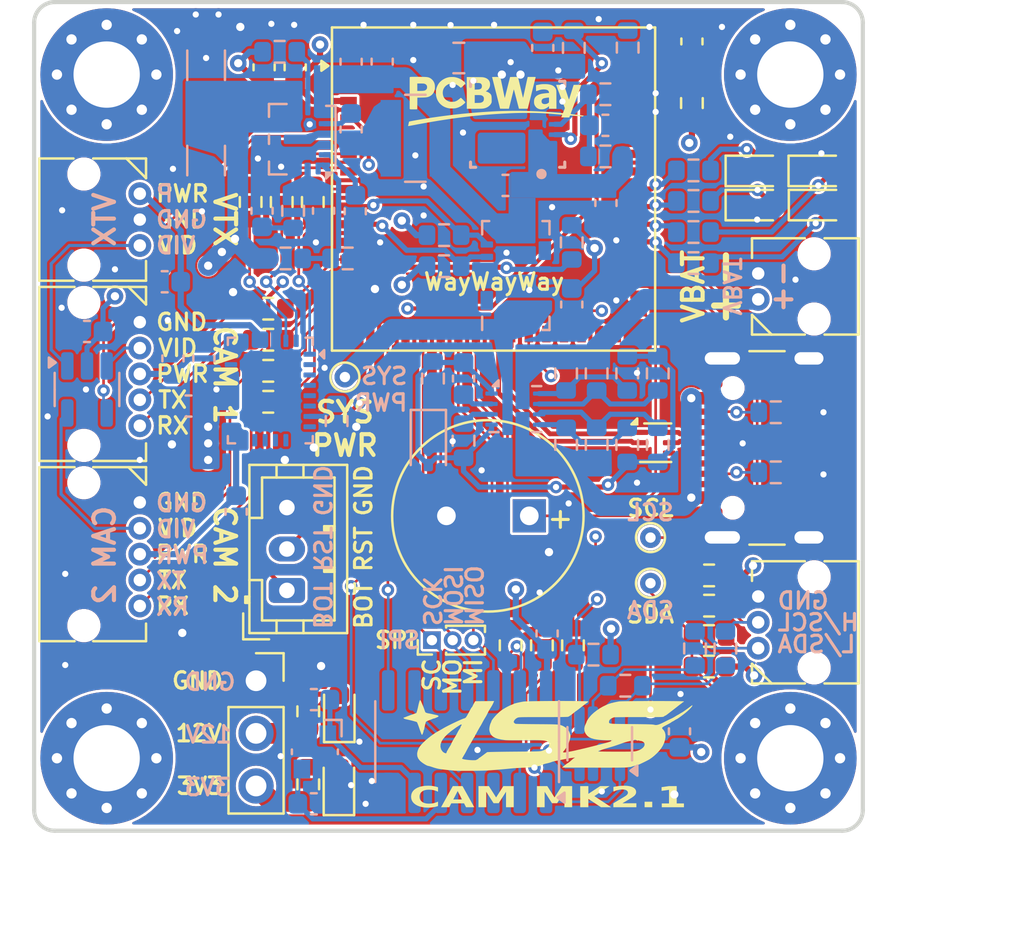
<source format=kicad_pcb>
(kicad_pcb (version 20240108) (generator "pcbnew") (generator_version "8.0")
  (title_block (title "Stargazer Camera Board MK2.1") (date "2024-12-01") (rev "A") (company "Illinois Space Society") (comment 3 "Thomas McManamen") (comment 4 "Contributors: Rohan Das, Chethan Karandikar, Everitt C, Michael Griegel,"))
  (layers (0 "F.Cu" signal) (1 "In1.Cu" signal) (2 "In2.Cu" signal) (31 "B.Cu" signal) (34 "B.Paste" user) (35 "F.Paste" user) (36 "B.SilkS" user "B.Silkscreen") (37 "F.SilkS" user "F.Silkscreen") (38 "B.Mask" user) (39 "F.Mask" user) (44 "Edge.Cuts" user))
  (net 0 "")
  (net 1 "/BUZZER")
  (net 2 "GND")
  (net 3 "/RESET_SW")
  (net 4 "Net-(U102-OSC2)")
  (net 5 "Net-(U102-OSC1)")
  (net 6 "Net-(U103-EN)")
  (net 7 "Net-(U104-BST)")
  (net 8 "Net-(D102-A)")
  (net 9 "Net-(C108-Pad1)")
  (net 10 "/TX_1")
  (net 11 "/RX_1")
  (net 12 "/TX_2")
  (net 13 "/RX_2")
  (net 14 "/VBAT")
  (net 15 "Net-(U104-VCC)")
  (net 16 "/USB_D+")
  (net 17 "/USB_D-")
  (net 18 "Net-(U103-FB)")
  (net 19 "/LED_GREEN")
  (net 20 "/LED_BLUE")
  (net 21 "/LED_RED")
  (net 22 "/LED_ORANGE")
  (net 23 "/CAN_NINT1")
  (net 24 "/SPI_SCK")
  (net 25 "/SPI_MISO")
  (net 26 "/CAN_NCS")
  (net 27 "/SPI_MOSI")
  (net 28 "/CAN_NINT")
  (net 29 "Net-(C112-Pad1)")
  (net 30 "Net-(U104-COMP)")
  (net 31 "+12V")
  (net 32 "Net-(U108-SS)")
  (net 33 "Net-(D103-A)")
  (net 34 "Net-(D101-A)")
  (net 35 "+3V3")
  (net 36 "Net-(D104-A)")
  (net 37 "Net-(D105-A)")
  (net 41 "/USB_POWER")
  (net 43 "Net-(D106-A)")
  (net 44 "Net-(D107-A)")
  (net 52 "/D-")
  (net 53 "/D+")
  (net 55 "/SYS_POWER")
  (net 58 "/SCL")
  (net 59 "/SDA")
  (net 60 "/VTX_POW")
  (net 62 "/ON_OFF_VTX")
  (net 83 "/CAM_1_POW")
  (net 85 "Net-(J104-Pin_5)")
  (net 86 "/CAN_1")
  (net 91 "Net-(J101-CC2)")
  (net 92 "Net-(J101-CC1)")
  (net 93 "/VREG_IN")
  (net 94 "Net-(J103-Pin_2)")
  (net 95 "Net-(J103-Pin_1)")
  (net 96 "/VIDEO_1")
  (net 97 "/VIDEO_OUT")
  (net 98 "/VIDEO_2")
  (net 99 "/BOOT_SW")
  (net 100 "/CAN_FAULT")
  (net 101 "/CAN_TXD")
  (net 102 "Net-(U104-FB)")
  (net 103 "/SENSE_ALERT")
  (net 104 "/SENSE_SDA")
  (net 105 "/SENSE_SCL")
  (net 106 "Net-(U108-PR1)")
  (net 107 "Net-(U108-OV1)")
  (net 108 "Net-(U108-CP2)")
  (net 109 "Net-(U108-OV2)")
  (net 110 "Net-(U108-ILM)")
  (net 112 "Net-(U106-IN+)")
  (net 113 "Net-(U106-IN-)")
  (net 114 "Net-(J104-Pin_4)")
  (net 115 "/VIDEO_SELECT")
  (net 117 "/CAN_2")
  (net 119 "/CAN_RXD")
  (net 120 "/CANL")
  (net 121 "/CANH")
  (net 125 "/CAN_SLNT")
  (net 126 "Net-(J106-Pin_5)")
  (net 130 "/CAM_2_POW")
  (net 131 "/ON_OFF_2")
  (net 133 "Net-(J106-Pin_4)")
  (net 134 "Net-(U111-EN1)")
  (net 135 "/ON_OFF_1")
  (net 136 "Net-(U111-EN2)")
  (net 137 "Net-(U111-EN3)")
  (net 138 "Net-(U111-CL)")
  (net 139 "Net-(U104-EN)")
  (footprint "Resistor_SMD:R_0603_1608Metric" (layer "F.Cu") (at 141.3 86.3)
    (property "Reference" "R132" (hide yes))
    (property "Value" "220" (hide yes))
  )
  (footprint "Resistor_SMD:R_0603_1608Metric" (layer "F.Cu") (at 162.58 97.675 180)
    (property "Reference" "R146" (hide yes))
    (property "Value" "2.2k")
  )
  (footprint "MountingHole:MountingHole_3.2mm_M3_Pad_Via" (layer "F.Cu") (at 133.5 106.5)
    (property "Reference" "H103" (hide yes))
    (property "Value" "MountingHole")
  )
  (footprint "LED_SMD:LED_0603_1608Metric" (layer "F.Cu") (at 164.8625 79.8)
    (property "Reference" "D105" (hide yes))
    (property "Value" "ORANGE LED")
  )
  (footprint "Resistor_SMD:R_0603_1608Metric" (layer "F.Cu") (at 162.575 100.6)
    (property "Reference" "R119" (hide yes))
    (property "Value" "0" (hide yes))
  )
  (footprint "LED_SMD:LED_0603_1608Metric" (layer "F.Cu") (at 144.710625 107.76 90)
    (property "Reference" "D101" (hide yes))
    (property "Value" "RED LED")
  )
  (footprint "Logos_ISS:ISS_LOGO_even more extreme small" (layer "F.Cu") (at 155.034197 105.474893)
    (property "Reference" "G***" (hide yes))
    (property "Value" "LOGO" (hide yes))
  )
  (footprint "Resistor_SMD:R_0603_1608Metric" (layer "F.Cu") (at 141.95 79.65 -90)
    (property "Reference" "R104" (hide yes))
    (property "Value" "10k" (hide yes))
  )
  (footprint "Connector_USB:USB_C_Receptacle_GCT_USB4105-xx-A_16P_TopMnt_Horizontal" (layer "F.Cu") (at 166.325 91.52 90)
    (property "Reference" "J101" (hide yes))
    (property "Value" "USB4105-GF-A" (hide yes))
  )
  (footprint "Buzzer_Beeper:MagneticBuzzer_PUI_AT-0927-TT-6-R" (layer "F.Cu") (at 153.9 94.8 180)
    (property "Reference" "BZ101" (hide yes))
    (property "Value" "Buzzer" (hide yes))
  )
  (footprint "Resistor_SMD:R_0603_1608Metric" (layer "F.Cu") (at 162.58 99.135)
    (property "Reference" "R121" (hide yes))
    (property "Value" "0" (hide yes))
  )
  (footprint "Resistor_SMD:R_0603_1608Metric" (layer "F.Cu") (at 156.01 101.05 -90)
    (property "Reference" "R139" (hide yes))
    (property "Value" "0")
  )
  (footprint "Connector_PinSocket_2.54mm:PinSocket_1x03_P2.54mm_Vertical" (layer "F.Cu") (at 140.710625 102.76)
    (property "Reference" "J108" (hide yes))
    (property "Value" "Conn_01x03")
  )
  (footprint "Connector_Molex_Micro-Lock-Plus:Molex_Micro-Lock_2200980571_1x05_P1.25mm_Horizontal" (layer "F.Cu") (at 132.85 96.65 -90)
    (property "Reference" "J106" (hide yes))
    (property "Value" "Conn_01x05")
  )
  (footprint "MountingHole:MountingHole_3.2mm_M3_Pad_Via" (layer "F.Cu") (at 133.5 73.5)
    (property "Reference" "H101" (hide yes))
    (property "Value" "MountingHole")
  )
  (footprint "Resistor_SMD:R_0603_1608Metric" (layer "F.Cu") (at 143.229375 104.235 90)
    (property "Reference" "R115" (hide yes))
    (property "Value" "3.3k")
  )
  (footprint "Resistor_SMD:R_0603_1608Metric" (layer "F.Cu") (at 140.45 79.65 -90)
    (property "Reference" "R103" (hide yes))
    (property "Value" "10k" (hide yes))
  )
  (footprint "TestPoint:TestPoint_THTPad_D1.0mm_Drill0.5mm" (layer "F.Cu") (at 159.75 98.05)
    (property "Reference" "TP103" (hide yes))
    (property "Value" "TestPoint")
  )
  (footprint "Connector_JST:JST_PH_B3B-PH-K_1x03_P2.00mm_Vertical" (layer "F.Cu") (at 142.2 98.4 90)
    (property "Reference" "J107" (hide yes))
    (property "Value" "Conn_01x03")
  )
  (footprint "Connector_PinHeader_1.00mm:PinHeader_1x03_P1.00mm_Vertical" (layer "F.Cu") (at 149.2 100.8 90)
    (property "Reference" "J109" (hide yes))
    (property "Value" "Conn_01x03")
  )
  (footprint "MountingHole:MountingHole_3.2mm_M3_Pad_Via" (layer "F.Cu") (at 166.5 106.5)
    (property "Reference" "H104" (hide yes))
    (property "Value" "MountingHole")
  )
  (footprint "RF_Module:ESP32-S2-MINI-1U" (layer "F.Cu") (at 152.175 79.025)
    (property "Reference" "U109" (hide yes))
    (property "Value" "ESP32-S3-MINI-1U" (hide yes))
  )
  (footprint "LED_SMD:LED_0603_1608Metric" (layer "F.Cu") (at 167.9 78.15)
    (property "Reference" "D106" (hide yes))
    (property "Value" "GREEN LED")
  )
  (footprint "Resistor_SMD:R_0603_1608Metric" (layer "F.Cu") (at 141.3 87.8)
    (property "Reference" "R135" (hide yes))
    (property "Value" "220" (hide yes))
  )
  (footprint "Resistor_SMD:R_0603_1608Metric" (layer "F.Cu") (at 154.51 101.05 -90)
    (property "Reference" "R138" (hide yes))
    (property "Value" "0")
  )
  (footprint "LED_SMD:LED_0603_1608Metric" (layer "F.Cu") (at 167.9125 79.8)
    (property "Reference" "D107" (hide yes))
    (property "Value" "BLUE LED")
  )
  (footprint "TestPoint:TestPoint_THTPad_D1.0mm_Drill0.5mm" (layer "F.Cu") (at 159.75 95.85)
    (property "Reference" "TP102" (hide yes))
    (property "Value" "TestPoint")
  )
  (footprint "LED_SMD:LED_0603_1608Metric" (layer "F.Cu") (at 164.8625 78.15)
    (property "Reference" "D104" (hide yes))
    (property "Value" "RED LED")
  )
  (footprint "Resistor_SMD:R_0603_1608Metric" (layer "F.Cu") (at 141.3 84.8)
    (property "Reference" "R133" (hide yes))
    (property "Value" "220" (hide yes))
  )
  (footprint "Connector_Molex_Micro-Lock-Plus:Molex_Micro-Lock_2200980571_1x05_P1.25mm_Horizontal" (layer "F.Cu") (at 132.85 87.95 -90)
    (property "Reference" "J104" (hide yes))
    (property "Value" "Conn_01x05")
  )
  (footprint "Resistor_SMD:R_0603_1608Metric" (layer "F.Cu") (at 162.575 102.075)
    (property "Reference" "R145" (hide yes))
    (property "Value" "2.2k")
  )
  (footprint "Capacitor_SMD:C_0603_1608Metric" (layer "F.Cu") (at 141.1 73.15 90)
    (property "Reference" "C122" (hide yes))
    (property "Value" "22uF" (hide yes))
  )
  (footprint "TestPoint:TestPoint_THTPad_D1.0mm_Drill0.5mm" (layer "F.Cu") (at 145 88.1)
    (property "Reference" "TP101" (hide yes))
    (property "Value" "TestPoint")
  )
  (footprint "MountingHole:MountingHole_3.2mm_M3_Pad_Via" (layer "F.Cu") (at 166.5 73.5)
    (property "Reference" "H102" (hide yes))
    (property "Value" "MountingHole")
  )
  (footprint "Package_DFN_QFN:ST_UQFN-6L_1.5x1.7mm_P0.5mm" (layer "F.Cu") (at 160 91.27)
    (property "Reference" "U101" (hide yes))
    (property "Value" "ECMF02-2AMX6" (hide yes))
  )
  (footprint "Resistor_SMD:R_0603_1608Metric" (layer "F.Cu") (at 143.45 79.65 -90)
    (property "Reference" "R147" (hide yes))
    (property "Value" "10k" (hide yes))
  )
  (footprint "Logos_ISS:PCBWAY_small" (layer "F.Cu") (at 152.2 74.7)
    (property "Reference" "G***" (hide yes))
    (property "Value" "LOGO" (hide yes))
  )
  (footprint "Capacitor_SMD:C_0603_1608Metric" (layer "F.Cu") (at 161.75 71.9 90)
    (property "Reference" "C120" (hide yes))
    (property "Value" "1uF")
  )
  (footprint "Connector_Molex_Micro-Lock-Plus:Molex_Micro-Lock_2200980371_1x03_P1.25mm_Horizontal" (layer "F.Cu") (at 133.1 80.5 -90)
    (property "Reference" "J105" (hide yes))
    (property "Value" "Conn_01x03")
  )
  (footprint "LED_SMD:LED_0603_1608Metric" (layer "F.Cu") (at 144.729375 104.235 90)
    (property "Reference" "D102" (hide yes))
    (property "Value" "ORANGE LED")
  )
  (footprint "Resistor_SMD:R_0603_1608Metric" (layer "F.Cu") (at 153 101.05 -90)
    (property "Reference" "R137" (hide yes))
    (property "Value" "0")
  )
  (footprint "Connector_Molex_Micro-Lock-Plus:Molex_Micro-Lock_2200980371_1x03_P1.25mm_Horizontal" (layer "F.Cu") (at 166.95 99.94 90)
    (property "Reference" "J103" (hide yes))
    (property "Value" "Conn_01x03")
  )
  (footprint "Capacitor_SMD:C_0603_1608Metric" (layer "F.Cu") (at 142.6 73.15 90)
    (property "Reference" "C121" (hide yes))
    (property "Value" "0.1uF" (hide yes))
  )
  (footprint "Resistor_SMD:R_0603_1608Metric" (layer "F.Cu") (at 143.230624 107.76 90)
    (property "Reference" "R113" (hide yes))
    (property "Value" "470")
  )
  (footprint "Connector_Molex_Micro-Lock-Plus:Molex_Micro-Lock_2200980271_1x02_P1.25mm_Horizontal" (layer "F.Cu") (at 166.95 83.725 90)
    (property "Reference" "J102" (hide yes))
    (property "Value" "2157601002")
  )
  (footprint "Resistor_SMD:R_0603_1608Metric" (layer "F.Cu") (at 161.75 74.875 -90)
    (property "Reference" "R140" (hide yes))
    (property "Value" "20k")
  )
  (footprint "Resistor_SMD:R_0603_1608Metric" (layer "F.Cu") (at 141.3 89.295)
    (property "Reference" "R134" (hide yes))
    (property "Value" "220" (hide yes))
  )
  (footprint "Capacitor_SMD:C_0603_1608Metric" (layer "B.Cu") (at 145.3 72.88 90)
    (property "Reference" "C104" (hide yes))
    (property "Value" "10uF")
  )
  (footprint "Resistor_SMD:R_0603_1608Metric" (layer "B.Cu") (at 160.102 91.373 -90)
    (property "Reference" "R126" (hide yes))
    (property "Value" "10k")
  )
  (footprint "Resistor_SMD:R_0603_1608Metric" (layer "B.Cu") (at 149.7875 82.749999)
    (property "Reference" "R117" (hide yes))
    (property "Value" "4.7k")
  )
  (footprint "Capacitor_SMD:C_0603_1608Metric" (layer "B.Cu") (at 143.97 80.075 -90)
    (property "Reference" "C113" (hide yes))
    (property "Value" "27pF")
  )
  (footprint "Resistor_SMD:R_0603_1608Metric" (layer "B.Cu") (at 157 101.5 180)
    (property "Reference" "R108" (hide yes))
    (property "Value" "10k")
  )
  (footprint "Resistor_SMD:R_0603_1608Metric" (layer "B.Cu") (at 157.152 91.373 90)
    (property "Reference" "R125" (hide yes))
    (property "Value" "36k")
  )
  (footprint "Resistor_SMD:R_0603_1608Metric" (layer "B.Cu") (at 158.627 87.923 90)
    (property "Reference" "R128" (hide yes))
    (property "Value" "10k")
  )
  (footprint "Capacitor_SMD:C_0603_1608Metric" (layer "B.Cu") (at 152.75 78.85 180)
    (property "Reference" "C105" (hide yes))
    (property "Value" "0.1uF")
  )
  (footprint "Resistor_SMD:R_0603_1608Metric" (layer "B.Cu") (at 161.825 78.125)
    (property "Reference" "R141" (hide yes))
    (property "Value" "470")
  )
  (footprint "Diode_SMD:D_SOD-323" (layer "B.Cu") (at 149.027 91.298 -90)
    (property "Reference" "D103" (hide yes))
    (property "Value" "BAS416")
  )
  (footprint "Resistor_SMD:R_0603_1608Metric" (layer "B.Cu") (at 158.535 103)
    (property "Reference" "R114" (hide yes))
    (property "Value" "120" (hide yes))
  )
  (footprint "Resistor_SMD:R_0603_1608Metric" (layer "B.Cu") (at 165.8 92.7 180)
    (property "Reference" "R105" (hide yes))
    (property "Value" "5.1k")
  )
  (footprint "Capacitor_SMD:C_0603_1608Metric" (layer "B.Cu") (at 161.15 105.2 -90)
    (property "Reference" "C116" (hide yes))
    (property "Value" "0.1uF")
  )
  (footprint "Package_DFN_QFN:Texas_VQFN-HR-20_3x2.5mm_P0.5mm_RQQ0011A" (layer "B.Cu") (at 142.835 76.62 90)
    (property "Reference" "U104" (hide yes))
    (property "Value" "TPS61288" (hide yes))
  )
  (footprint "Capacitor_SMD:C_0603_1608Metric" (layer "B.Cu") (at 138.192499 87.2 90)
    (property "Reference" "C123" (hide yes))
    (property "Value" "0.1uF" (hide yes))
  )
  (footprint "Capacitor_SMD:C_0805_2012Metric" (layer "B.Cu") (at 150.5 72.7 180)
    (property "Reference" "C115" (hide yes))
    (property "Value" "33uF")
  )
  (footprint "Resistor_SMD:R_0603_1608Metric" (layer "B.Cu") (at 145.135 82.375)
    (property "Reference" "R112" (hide yes))
    (property "Value" "48.7k")
  )
  (footprint "Package_SO:SOIC-14_3.9x8.7mm_P1.27mm" (layer "B.Cu") (at 150.9 105.7 90)
    (property "Reference" "U102" (hide yes))
    (property "Value" "MCP2518FDT-xSL" (hide yes))
  )
  (footprint "Capacitor_SMD:C_0603_1608Metric" (layer "B.Cu") (at 145.5 80.1 -90)
    (property "Reference" "C109" (hide yes))
    (property "Value" "2.2uF")
  )
  (footprint "Package_VQFN:VQFN-REL0014B" (layer "B.Cu") (at 153.25 83.2)
    (property "Reference" "U106" (hide yes))
    (property "Value" "INA745x")
  )
  (footprint "Resistor_SMD:R_0603_1608Metric" (layer "B.Cu") (at 142.5 80.075 -90)
    (property "Reference" "R107" (hide yes))
    (property "Value" "14.3k")
  )
  (footprint "Capacitor_SMD:C_0603_1608Metric" (layer "B.Cu") (at 132.55 85.9 180)
    (property "Reference" "C128" (hide yes))
    (property "Value" "0.1uF" (hide yes))
  )
  (footprint "Resistor_SMD:R_0603_1608Metric" (layer "B.Cu") (at 144.6 90.225 -90)
    (property "Reference" "R148" (hide yes))
    (property "Value" "680" (hide yes))
  )
  (footprint "Resistor_SMD:R_0603_1608Metric" (layer "B.Cu") (at 142.135 82.375)
    (property "Reference" "R111" (hide yes))
    (property "Value" "931k")
  )
  (footprint "Capacitor_SMD:C_0603_1608Metric" (layer "B.Cu") (at 136.7 87.2 90)
    (property "Reference" "C126" (hide yes))
    (property "Value" "22nF" (hide yes))
  )
  (footprint "Resistor_SMD:R_0603_1608Metric" (layer "B.Cu") (at 157.575 74.45)
    (property "Reference" "R102" (hide yes))
    (property "Value" "10k")
  )
  (footprint "Resistor_SMD:R_0603_1608Metric" (layer "B.Cu") (at 161.825 81.1)
    (property "Reference" "R143" (hide yes))
    (property "Value" "470")
  )
  (footprint "Resistor_SMD:R_0603_1608Metric" (layer "B.Cu") (at 157.152 87.923 -90)
    (property "Reference" "R129" (hide yes))
    (property "Value" "75k")
  )
  (footprint "Capacitor_SMD:C_0603_1608Metric" (layer "B.Cu") (at 154.76 100.475 -90)
    (property "Reference" "C110" (hide yes))
    (property "Value" "0.1uF")
  )
  (footprint "Resistor_SMD:R_0603_1608Metric" (layer "B.Cu") (at 149.252 88.173 -90)
    (property "Reference" "R131" (hide yes))
    (property "Value" "0")
  )
  (footprint "Resistor_SMD:R_0603_1608Metric" (layer "B.Cu") (at 165.8 89.8 180)
    (property "Reference" "R106" (hide yes))
    (property "Value" "5.1k")
  )
  (footprint "Capacitor_SMD:C_0603_1608Metric" (layer "B.Cu") (at 136.3 83.5 180)
    (property "Reference" "C127" (hide yes))
    (property "Value" "22nF" (hide yes))
  )
  (footprint "Capacitor_SMD:C_0603_1608Metric" (layer "B.Cu") (at 143.5 108.7 180)
    (property "Reference" "C101" (hide yes))
    (property "Value" "22pF")
  )
  (footprint "Resistor_SMD:R_0603_1608Metric" (layer "B.Cu") (at 158.627 91.373 -90)
    (property "Reference" "R124" (hide yes))
    (property "Value" "10k")
  )
  (footprint "Package_QFN:QFN-FCMOD-RDX0007A" (layer "B.Cu") (at 153.237501 75.899999 90)
    (property "Reference" "U103" (hide yes))
    (property "Value" "TPSM863252")
  )
  (footprint "Capacitor_SMD:C_0603_1608Metric" (layer "B.Cu") (at 143.5 103.67 180)
    (property "Reference" "C102" (hide yes))
    (property "Value" "22pF")
  )
  (footprint "Resistor_SMD:R_0603_1608Metric" (layer "B.Cu") (at 161.825 79.6)
    (property "Reference" "R142" (hide yes))
    (property "Value" "470")
  )
  (footprint "Resistor_SMD:R_0603_1608Metric" (layer "B.Cu") (at 160.102 87.923 90)
    (property "Reference" "R130" (hide yes))
    (property "Value" "10k")
  )
  (footprint "Inductor_SMD:L_Wuerth_MAPI-4030" (layer "B.Cu") (at 148.4 76.575 180)
    (property "Reference" "L101" (hide yes))
    (property "Value" "4.7uH")
  )
  (footprint "Capacitor_SMD:C_0603_1608Metric" (layer "B.Cu") (at 157.6 79.7 -90)
    (property "Reference" "C103" (hide yes))
    (property "Value" "10uF")
  )
  (footprint "Resistor_SMD:R_0603_1608Metric" (layer "B.Cu") (at 161.825 82.6)
    (property "Reference" "R144" (hide yes))
    (property "Value" "470")
  )
  (footprint "Resistor_SMD:R_0603_1608Metric" (layer "B.Cu") (at 161.9 101.2 90)
    (property "Reference" "R118" (hide yes))
    (property "Value" "0" (hide yes))
  )
  (footprint "Resistor_SMD:R_0603_1608Metric" (layer "B.Cu") (at 155.677 87.923 -90)
    (property "Reference" "R127" (hide yes))
    (property "Value" "12k")
  )
  (footprint "Resistor_SMD:R_0603_1608Metric" (layer "B.Cu") (at 156.05 72.212499 90)
    (property "Reference" "R109" (hide yes))
    (property "Value" "135k")
  )
  (footprint "Capacitor_SMD:C_0603_1608Metric" (layer "B.Cu") (at 139.75 94.6 -90)
    (property "Reference" "C125" (hide yes))
    (property "Value" "22nF" (hide yes))
  )
  (footprint "Capacitor_SMD:C_0603_1608Metric" (layer "B.Cu") (at 157.575 75.95)
    (property "Reference" "C107" (hide yes))
    (property "Value" "10nF")
  )
  (footprint "Resistor_SMD:R_0603_1608Metric" (layer "B.Cu") (at 157.575 77.45 180)
    (property "Reference" "R101" (hide yes))
    (property "Value" "22.1k")
  )
  (footprint "Package_TO_SOT_SMD:SOT-23-8" (layer "B.Cu") (at 157.3 105.8 90)
    (property "Reference" "U105" (hide yes))
    (property "Value" "TCAN337G" (hide yes))
  )
  (footprint "Capacitor_SMD:C_0603_1608Metric" (layer "B.Cu") (at 137.45 89.5 180)
    (property "Reference" "C124" (hide yes))
    (property "Value" "0.1uF" (hide yes))
  )
  (footprint "Capacitor_SMD:C_1206_3216Metric" (layer "B.Cu") (at 138.3 77.65 -90)
    (property "Reference" "C118" (hide yes))
    (property "Value" "47uF")
  )
  (footprint "Capacitor_SMD:C_0603_1608Metric" (layer "B.Cu") (at 155.95 84.6 -90)
    (property "Reference" "C114" (hide yes))
    (property "Value" "0.1uF")
  )
  (footprint "Capacitor_SMD:C_0603_1608Metric" (layer "B.Cu") (at 145.3 76.15 90)
    (property "Reference" "C108" (hide yes))
    (property "Value" "0.1uF")
  )
  (footprint "Capacitor_SMD:C_0603_1608Metric" (layer "B.Cu") (at 146.8 72.875 90)
    (property "Reference" "C106" (hide yes))
    (property "Value" "0.1uF")
  )
  (footprint "Resistor_SMD:R_0603_1608Metric" (layer "B.Cu") (at 149.7875 81.249999)
    (property "Reference" "R122" (hide yes))
    (property "Value" "4.7k")
  )
  (footprint "Resistor_SMD:R_0603_1608Metric" (layer "B.Cu") (at 155.95 81.6 -90)
    (property "Reference" "R116" (hide yes))
    (property "Value" "10k")
  )
  (footprint "Capacitor_SMD:C_0603_1608Metric" (layer "B.Cu") (at 150.727 88.173 -90)
    (property "Reference" "C119" (hide yes))
    (property "Value" "1uF")
  )
  (footprint "Resistor_SMD:R_0603_1608Metric" (layer "B.Cu") (at 150.727 91.173 90)
    (property "Reference" "R136" (hide yes))
    (property "Value" "36k")
  )
  (footprint "Resistor_SMD:R_0603_1608Metric" (layer "B.Cu") (at 163.365 101.205 90)
    (property "Reference" "R120" (hide yes))
    (property "Value" "0" (hide yes))
  )
  (footprint "Resistor_SMD:R_0603_1608Metric" (layer "B.Cu") (at 155.677 91.373 90)
    (property "Reference" "R123" (hide yes))
    (property "Value" "10k")
  )
  (footprint "Resistor_SMD:R_0603_1608Metric" (layer "B.Cu") (at 141.85 72.4)
    (property "Reference" "R149" (hide yes))
    (property "Value" "10k" (hide yes))
  )
  (footprint "Package_WQFN:WQFN-RLH0028A" (layer "B.Cu") (at 141.399999 88.75 180)
    (property "Reference" "U111" (hide yes))
    (property "Value" "TPS274160B" (hide yes))
  )
  (footprint "Crystal:Crystal_SMD_Abracon_ABM10-4Pin_2.5x2.0mm" (layer "B.Cu") (at 143.55 106.19 180)
    (property "Reference" "Y101" (hide yes))
    (property "Value" "40MHz" (hide yes))
  )
  (footprint "Capacitor_SMD:C_0603_1608Metric" (layer "B.Cu") (at 141 80.075 90)
    (property "Reference" "C112" (hide yes))
    (property "Value" "47nF")
  )
  (footprint "Capacitor_SMD:C_0603_1608Metric" (layer "B.Cu") (at 154.55 72.212499 90)
    (property "Reference" "C111" (hide yes))
    (property "Value" "22pF")
  )
  (footprint "Package_DFN_QFN:Texas_VQFN-HR-12_2x2.5mm_P0.5mm" (layer "B.Cu") (at 153.227 89.648 -90)
    (property "Reference" "U108" (hide yes))
    (property "Value" "TPS2121")
  )
  (footprint "Package_TO_SOT_SMD:SOT-23-6" (layer "B.Cu") (at 132.55 88.7 -90)
    (property "Reference" "U107" (hide yes))
    (property "Value" "ADG752BRT" (hide yes))
  )
  (footprint "Capacitor_SMD:C_1206_3216Metric" (layer "B.Cu") (at 138.3 73.05 90)
    (property "Reference" "C117" (hide yes))
    (property "Value" "47uF")
  )
  (footprint "Resistor_SMD:R_0603_1608Metric" (layer "B.Cu") (at 158.65 72.2 -90)
    (property "Reference" "R110" (hide yes))
    (property "Value" "30k")
  )
  (gr_arc (start 130 71) (mid 130.292893 70.292894) (end 131 70) (stroke (width 0.2)) (layer "Edge.Cuts"))
  (gr_arc (start 170 109) (mid 169.707107 109.707107) (end 169 110) (stroke (width 0.2)) (layer "Edge.Cuts"))
  (gr_arc (start 169 70) (mid 169.707106 70.292893) (end 170 71) (stroke (width 0.2)) (layer "Edge.Cuts"))
  (gr_arc (start 131 110) (mid 130.292893 109.707107) (end 130 109) (stroke (width 0.2)) (layer "Edge.Cuts"))
  (gr_line (start 131 110) (end 169 110) (stroke (width 0.2)) (layer "Edge.Cuts"))
  (gr_line (start 170 109) (end 170 71) (stroke (width 0.2)) (layer "Edge.Cuts"))
  (gr_line (start 130 71) (end 130 109) (stroke (width 0.2)) (layer "Edge.Cuts"))
  (gr_line (start 169 70) (end 131 70) (stroke (width 0.2)) (layer "Edge.Cuts"))
  (gr_text "VBAT" (at 163.2 83.725 -90) (layer "B.SilkS") (effects (font (size 0.8 0.8) (thickness 0.15) (bold yes)) (justify bottom mirror)))
  (gr_text "RST" (at 143.9 96.400001 -90) (layer "B.SilkS") (effects (font (size 0.8 0.8)) (justify mirror)))
  (gr_text "VID" (at 135.8 95.45 -0) (layer "B.SilkS") (effects (font (size 0.8 0.8)) (justify right mirror)))
  (gr_text "+" (at 166.1 84.35 90) (layer "B.SilkS") (effects (font (size 1 1) (thickness 0.2) (bold yes)) (justify mirror)))
  (gr_text "GND" (at 143.9 94.9 270) (layer "B.SilkS") (effects (font (size 0.8 0.8)) (justify left mirror)))
  (gr_text "MOSI" (at 150.2 100.2 -90) (layer "B.SilkS") (effects (font (size 0.8 0.8)) (justify left mirror)))
  (gr_text "RX" (at 135.795714 99.2 -0) (layer "B.SilkS") (effects (font (size 0.8 0.8)) (justify right mirror)))
  (gr_text "SCL" (at 159.75 95.1 0) (layer "B.SilkS") (effects (font (size 0.8 0.8)) (justify bottom mirror)))
  (gr_text "H/SCL" (at 165.8 99.95 0) (layer "B.SilkS") (effects (font (size 0.8 0.8)) (justify right mirror)))
  (gr_text "L/SDA" (at 165.8 101 0) (layer "B.SilkS") (effects (font (size 0.8 0.8)) (justify right mirror)))
  (gr_text "GND" (at 135.8 80.5 0) (layer "B.SilkS") (effects (font (size 0.8 0.8)) (justify right mirror)))
  (gr_text "SYS\nPWR" (at 148.1 88.7 0) (layer "B.SilkS") (effects (font (size 0.8 0.8)) (justify left mirror)))
  (gr_text "-" (at 166.1 83.1 90) (layer "B.SilkS") (effects (font (size 1 1) (thickness 0.2) (bold yes)) (justify mirror)))
  (gr_text "P" (at 135.8 79.25 0) (layer "B.SilkS") (effects (font (size 0.8 0.8)) (justify right mirror)))
  (gr_text "CAM 2" (at 133.4 96.7 -270) (layer "B.SilkS") (effects (font (size 1 1) (thickness 0.2) (bold yes)) (justify mirror)))
  (gr_text "GND" (at 137.171904 102.82 -0) (layer "B.SilkS") (effects (font (size 0.8 0.8)) (justify right mirror)))
  (gr_text "SPI" (at 148.7 100.8 -0) (layer "B.SilkS") (effects (font (size 0.8 0.8)) (justify left mirror)))
  (gr_text "BOT" (at 143.9 97.9 270) (layer "B.SilkS") (effects (font (size 0.8 0.8)) (justify right mirror)))
  (gr_text "MISO" (at 151.2 100.2 -90) (layer "B.SilkS") (effects (font (size 0.8 0.8)) (justify left mirror)))
  (gr_text "SDA" (at 159.75 98.9 0) (layer "B.SilkS") (effects (font (size 0.8 0.8)) (justify top mirror)))
  (gr_text "SCK" (at 149.2 100.2 -90) (layer "B.SilkS") (effects (font (size 0.8 0.8)) (justify left mirror)))
  (gr_text "3V3" (at 137.171904 107.9 -0) (layer "B.SilkS") (effects (font (size 0.8 0.8)) (justify right mirror)))
  (gr_text "12V" (at 137.221904 105.36 -0) (layer "B.SilkS") (effects (font (size 0.8 0.8)) (justify right mirror)))
  (gr_text "VID" (at 135.8 81.75 0) (layer "B.SilkS") (effects (font (size 0.8 0.8)) (justify right mirror)))
  (gr_text "GND" (at 135.795714 94.2 -0) (layer "B.SilkS") (effects (font (size 0.8 0.8)) (justify right mirror)))
  (gr_text "TX" (at 135.8 97.95 -0) (layer "B.SilkS") (effects (font (size 0.8 0.8)) (justify right mirror)))
  (gr_text "PWR" (at 135.795714 96.7 -0) (layer "B.SilkS") (effects (font (size 0.8 0.8)) (justify right mirror)))
  (gr_text "VTX" (at 133.4 80.5 -270) (layer "B.SilkS") (effects (font (size 1 1) (thickness 0.2) (bold yes)) (justify mirror)))
  (gr_text "GND" (at 165.8 98.9 0) (layer "B.SilkS") (effects (font (size 0.8 0.8)) (justify right mirror)))
  (gr_text "RST" (at 145.9 96.400001 90) (layer "F.SilkS") (effects (font (size 0.8 0.8))))
  (gr_text "CAM 2" (at 139.2 96.7 270) (layer "F.SilkS") (effects (font (size 1 1) (thickness 0.2) (bold yes))))
  (gr_text "PWR" (at 135.8 87.95 0) (layer "F.SilkS") (effects (font (size 0.8 0.8)) (justify left)))
  (gr_text "3V3" (at 139.2 107.84 0) (layer "F.SilkS") (effects (font (size 0.8 0.8)) (justify right)))
  (gr_text "GND" (at 139.2 102.76 0) (layer "F.SilkS") (effects (font (size 0.8 0.8)) (justify right)))
  (gr_text "GND" (at 135.8 94.15 0) (layer "F.SilkS") (effects (font (size 0.8 0.8)) (justify left)))
  (gr_text "CAM 1" (at 139.2 88 270) (layer "F.SilkS") (effects (font (size 1 1) (thickness 0.2) (bold yes))))
  (gr_text "VID" (at 135.9 95.4 0) (layer "F.SilkS") (effects (font (size 0.8 0.8)) (justify left)))
  (gr_text "CAM MK2.1" (at 154.8 108.45 0) (layer "F.SilkS") (effects (font (size 1 1.5) (thickness 0.2) (bold yes))))
  (gr_text "SYS\nPWR" (at 145 90.6 0) (layer "F.SilkS") (effects (font (size 1 1) (thickness 0.2) (bold yes))))
  (gr_text "RX" (at 135.8 99.15 0) (layer "F.SilkS") (effects (font (size 0.8 0.8)) (justify left)))
  (gr_text "WayWayWay" (at 152.2 83.5 0) (layer "F.SilkS") (effects (font (size 0.8 0.8))))
  (gr_text "VID" (at 135.9 81.75 0) (layer "F.SilkS") (effects (font (size 0.8 0.8)) (justify left)))
  (gr_text "SPI" (at 148.5 100.8 0) (layer "F.SilkS") (effects (font (size 0.8 0.8)) (justify right)))
  (gr_text "SDA" (at 159.75 99.1 0) (layer "F.SilkS") (effects (font (size 0.8 0.8)) (justify top)))
  (gr_text "GND" (at 145.9 94.9 90) (layer "F.SilkS") (effects (font (size 0.8 0.8)) (justify left)))
  (gr_text "12V" (at 139.15 105.3 0) (layer "F.SilkS") (effects (font (size 0.8 0.8)) (justify right)))
  (gr_text "MI" (at 151.2 101.6 90) (layer "F.SilkS") (effects (font (size 0.8 0.8)) (justify right)))
  (gr_text "-" (at 163.5 82.8 270) (layer "F.SilkS") (effects (font (size 1.5 1.5) (thickness 0.3) (bold yes))))
  (gr_text "VID" (at 135.9 86.7 0) (layer "F.SilkS") (effects (font (size 0.8 0.8)) (justify left)))
  (gr_text "TX" (at 135.9 97.9 0) (layer "F.SilkS") (effects (font (size 0.8 0.8)) (justify left)))
  (gr_text "+" (at 163.5 84.65 270) (layer "F.SilkS") (effects (font (size 1.5 1.5) (thickness 0.3) (bold yes))))
  (gr_text "PWR" (at 135.8 96.65 0) (layer "F.SilkS") (effects (font (size 0.8 0.8)) (justify left)))
  (gr_text "MO" (at 150.2 101.6 90) (layer "F.SilkS") (effects (font (size 0.8 0.8)) (justify right)))
  (gr_text "GND" (at 135.8 85.45 0) (layer "F.SilkS") (effects (font (size 0.8 0.8)) (justify left)))
  (gr_text "GND" (at 135.8 80.5 0) (layer "F.SilkS") (effects (font (size 0.8 0.8)) (justify left)))
  (gr_text "SCL" (at 159.75 94.9 0) (layer "F.SilkS") (effects (font (size 0.8 0.8)) (justify bottom)))
  (gr_text "VTX" (at 139.2 80.5 270) (layer "F.SilkS") (effects (font (size 1 1) (thickness 0.2) (bold yes))))
  (gr_text "TX" (at 135.9 89.2 0) (layer "F.SilkS") (effects (font (size 0.8 0.8)) (justify left)))
  (gr_text "RX" (at 135.8 90.45 0) (layer "F.SilkS") (effects (font (size 0.8 0.8)) (justify left)))
  (gr_text "BOT" (at 145.9 97.9 90) (layer "F.SilkS") (effects (font (size 0.8 0.8)) (justify right)))
  (gr_text "SC" (at 149.2 101.6 90) (layer "F.SilkS") (effects (font (size 0.8 0.8)) (justify right)))
  (gr_text "PWR" (at 135.8 79.25 0) (layer "F.SilkS") (effects (font (size 0.8 0.8)) (justify left)))
  (gr_text "VBAT" (at 162.4 83.725001 90) (layer "F.SilkS") (effects (font (size 1 1) (thickness 0.2) (bold yes)) (justify bottom)))
  (segment (start 159.375 84.975) (end 159.175 84.975) (width 0.127) (layer "F.Cu") (net 1))
  (segment (start 160 85.6) (end 159.375 84.975) (width 0.127) (layer "F.Cu") (net 1))
  (segment (start 160 93.6) (end 160 85.6) (width 0.127) (layer "F.Cu") (net 1))
  (segment (start 158.8 94.8) (end 160 93.6) (width 0.127) (layer "F.Cu") (net 1))
  (segment (start 153.9 94.8) (end 158.8 94.8) (width 0.127) (layer "F.Cu") (net 1))
  (via (at 163.2 71.2) (size 0.6) (drill 0.3) (layers "F.Cu" "B.Cu") (net 2))
  (via (at 146 108.7) (size 0.6) (drill 0.3) (layers "F.Cu" "B.Cu") (net 2))
  (via (at 140.8 77.552) (size 0.6) (drill 0.3) (layers "F.Cu" "B.Cu") (net 2))
  (via (at 141.45 71.05) (size 0.6) (drill 0.3) (layers "F.Cu" "B.Cu") (net 2))
  (via (at 160 75.3) (size 0.6) (drill 0.3) (layers "F.Cu" "B.Cu") (net 2))
  (via (at 139.6 84) (size 0.8) (drill 0.4) (layers "F.Cu" "B.Cu") (net 2))
  (via (at 160.9 108.25) (size 0.8) (drill 0.4) (layers "F.Cu" "B.Cu") (net 2))
  (via (at 166.75 83.4) (size 0.6) (drill 0.3) (layers "F.Cu" "B.Cu") (net 2))
  (via (at 163.6 76.5) (size 0.6) (drill 0.3) (layers "F.Cu" "B.Cu") (net 2))
  (via (at 138.1 80.1) (size 0.6) (drill 0.3) (layers "F.Cu" "B.Cu") (net 2))
  (via (at 150.2 91.2) (size 0.6) (drill 0.3) (layers "F.Cu" "B.Cu") (net 2))
  (via (at 136.7 78.05) (size 0.6) (drill 0.3) (layers "F.Cu" "B.Cu") (net 2))
  (via (at 137.15 100.45) (size 0.8) (drill 0.4) (layers "F.Cu" "B.Cu") (net 2))
  (via (at 131.5 97.6) (size 0.6) (drill 0.3) (layers "F.Cu" "B.Cu") (net 2))
  (via (at 137.8 70.6) (size 0.6) (drill 0.3) (layers "F.Cu" "B.Cu") (net 2))
  (via (at 154.85 96.55) (size 0.8) (drill 0.4) (layers "F.Cu" "B.Cu") (net 2))
  (via (at 145.7 105.7) (size 0.6) (drill 0.3) (layers "F.Cu" "B.Cu") (net 2))
  (via (at 143.5 91.5) (size 0.8) (drill 0.4) (layers "F.Cu" "B.Cu") (net 2))
  (via (at 145.9 71.1) (size 0.6) (drill 0.3) (layers "F.Cu" "B.Cu") (net 2))
  (via (at 138.3 72.7) (size 0.6) (drill 0.3) (layers "F.Cu" "B.Cu") (net 2))
  (via (at 150.2 74) (size 0.6) (drill 0.3) (layers "F.Cu" "B.Cu") (net 2))
  (via (at 155.8 94.2) (size 0.6) (drill 0.3) (layers "F.Cu" "B.Cu") (net 2))
  (via (at 168.1 92.8) (size 0.6) (drill 0.3) (layers "F.Cu" "B.Cu") (net 2))
  (via (at 155 79.9) (size 0.6) (drill 0.3) (layers "F.Cu" "B.Cu") (net 2))
  (via (at 145.3 107.8) (size 0.6) (drill 0.3) (layers "F.Cu" "B.Cu") (net 2))
  (via (at 158.1 84.4) (size 0.6) (drill 0.3) (layers "F.Cu" "B.Cu") (net 2))
  (via (at 159.7 71.2) (size 0.6) (drill 0.3) (layers "F.Cu" "B.Cu") (net 2))
  (via (at 146.3 107.6) (size 0.6) (drill 0.3) (layers "F.Cu" "B.Cu") (net 2))
  (via (at 159.1 93.2) (size 0.6) (drill 0.3) (layers "F.Cu" "B.Cu") (net 2))
  (via (at 146.7 81.6) (size 0.6) (drill 0.3) (layers "F.Cu" "B.Cu") (net 2))
  (via (at 168.1 89.8) (size 0.6) (drill 0.3) (layers "F.Cu" "B.Cu") (net 2))
  (via (at 131.35 80.05) (size 0.6) (drill 0.3) (layers "F.Cu" "B.Cu") (net 2))
  (via (at 131.326021 84.755709) (size 0.6) (drill 0.3) (layers "F.Cu" "B.Cu") (net 2))
  (via (at 160 74.4) (size 0.6) (drill 0.3) (layers "F.Cu" "B.Cu") (net 2))
  (via (at 142.1 92.1) (size 0.8) (drill 0.4) (layers "F.Cu" "B.Cu") (net 2))
  (via (at 131.5 102) (size 0.6) (drill 0.3) (layers "F.Cu" "B.Cu") (net 2))
  (via (at 155.5 74.1) (size 0.6) (drill 0.3) (layers "F.Cu" "B.Cu") (net 2))
  (via (at 150.1 71.11) (size 0.6) (drill 0.3) (layers "F.Cu" "B.Cu") (net 2))
  (via (at 154.4 98.5) (size 0.6) (drill 0.3) (layers "F.Cu" "B.Cu") (net 2))
  (via (at 164.2 91.3) (size 0.6) (drill 0.3) (layers "F.Cu" "B.Cu") (net 2))
  (via (at 142.55 71.1) (size 0.6) (drill 0.3) (layers "F.Cu" "B.Cu") (net 2))
  (via (at 143.3 75.9) (size 0.6) (drill 0.3) (layers "F.Cu" "B.Cu") (net 2))
  (via (at 159.1 87.9) (size 0.6) (drill 0.3) (layers "F.Cu" "B.Cu") (net 2))
  (via (at 158.1 81.5) (size 0.6) (drill 0.3) (layers "F.Cu" "B.Cu") (net 2))
  (via (at 130.65 90) (size 0.6) (drill 0.3) (layers "F.Cu" "B.Cu") (net 2))
  (via (at 135.1 92.1) (size 0.6) (drill 0.3) (layers "F.Cu" "B.Cu") (net 2))
  (via (at 145.55 90.5) (size 0.8) (drill 0.4) (layers "F.Cu" "B.Cu") (net 2))
  (via (at 148.4 77.4) (size 0.6) (drill 0.3) (layers "F.Cu" "B.Cu") (net 2))
  (via (at 139.95 71.2) (size 0.8) (drill 0.4) (layers "F.Cu" "B.Cu") (net 2))
  (via (at 152.8 82.1) (size 0.6) (drill 0.3) (layers "F.Cu" "B.Cu") (net 2))
  (via (at 151.6 92.6) (size 0.6) (drill 0.3) (layers "F.Cu" "B.Cu") (net 2))
  (via (at 136.45 85.35) (size 0.6) (drill 0.3) (layers "F.Cu" "B.Cu") (net 2))
  (via (at 148.8 80.3) (size 0.6) (drill 0.3) (layers "F.Cu" "B.Cu") (net 2))
  (via (at 144.019671 87.653692) (size 0.6) (drill 0.3) (layers "F.Cu" "B.Cu") (net 2))
  (via (at 157.4 108.1) (size 0.6) (drill 0.3) (layers "F.Cu" "B.Cu") (net 2))
  (via (at 161.2 103.4) (size 0.6) (drill 0.3) (layers "F.Cu" "B.Cu") (net 2))
  (via (at 133.9 82.9) (size 0.6) (drill 0.3) (layers "F.Cu" "B.Cu") (net 2))
  (via (at 152.2 71.1) (size 0.6) (drill 0.3) (layers "F.Cu" "B.Cu") (net 2))
  (via (at 143.85 102.05) (size 0.8) (drill 0.4) (layers "F.Cu" "B.Cu") (net 2))
  (via (at 168 77.3) (size 0.6) (drill 0.3) (layers "F.Cu" "B.Cu") (net 2))
  (via (at 157.25 70.823) (size 0.6) (drill 0.3) (layers "F.Cu" "B.Cu") (net 2))
  (via (at 141.9 106.4) (size 0.6) (drill 0.3) (layers "F.Cu" "B.Cu") (net 2))
  (via (at 148.3 71.1) (size 0.6) (drill 0.3) (layers "F.Cu" "B.Cu") (net 2))
  (via (at 141.920671 77.948001) (size 0.6) (drill 0.3) (layers "F.Cu" "B.Cu") (net 2))
  (via (at 148.8 78.9) (size 0.6) (drill 0.3) (layers "F.Cu" "B.Cu") (net 2))
  (via (at 146.45 83.85) (size 0.8) (drill 0.4) (layers "F.Cu" "B.Cu") (net 2))
  (via (at 132.5 88.7) (size 0.6) (drill 0.3) (layers "F.Cu" "B.Cu") (net 2))
  (via (at 138.9 70.6) (size 0.6) (drill 0.3) (layers "F.Cu" "B.Cu") (net 2))
  (via (at 143.6 81.6) (size 0.6) (drill 0.3) (layers "F.Cu" "B.Cu") (net 2))
  (via (at 151.4 106.1) (size 0.6) (drill 0.3) (layers "F.Cu" "B.Cu") (net 2))
  (via (at 148.3 72.8) (size 0.6) (drill 0.3) (layers "F.Cu" "B.Cu") (net 2))
  (via (at 150.7 76.3) (size 0.6) (drill 0.3) (layers "F.Cu" "B.Cu") (net 2))
  (via (at 164.9 80.5) (size 0.6) (drill 0.3) (layers "F.Cu" "B.Cu") (net 2))
  (via (at 136.65 91.35) (size 0.8) (drill 0.4) (layers "F.Cu" "B.Cu") (net 2))
  (via (at 136.9 71.4) (size 0.6) (drill 0.3) (layers "F.Cu" "B.Cu") (net 2))
  (via (at 153.9 83.9) (size 0.6) (drill 0.3) (layers "F.Cu" "B.Cu") (net 2))
  (via (at 155.5 74.8) (size 0.6) (drill 0.3) (layers "F.Cu" "B.Cu") (net 2))
  (segment (start 142.2 96.4) (end 144.923 93.677) (width 0.2) (layer "F.Cu") (net 3))
  (segment (start 157.15 74.896) (end 158.971 73.075) (width 0.2) (layer "F.Cu") (net 3))
  (segment (start 144.923 90.127) (end 145.7 89.35) (width 0.2) (layer "F.Cu") (net 3))
  (segment (start 157.15 79.661147) (end 157.15 74.896) (width 0.2) (layer "F.Cu") (net 3))
  (segment (start 148.019684 84.790158) (end 152.020989 84.790158) (width 0.2) (layer "F.Cu") (net 3))
  (segment (start 152.020989 84.790158) (end 157.15 79.661147) (width 0.2) (layer "F.Cu") (net 3))
  (segment (start 144.923 93.677) (end 144.923 90.127) (width 0.2) (layer "F.Cu") (net 3))
  (segment (start 158.971 73.075) (end 159.175 73.075) (width 0.2) (layer "F.Cu") (net 3))
  (via (at 148.019684 84.790158) (size 0.6) (drill 0.3) (layers "F.Cu" "B.Cu") (net 3))
  (via (at 145.7 89.35) (size 0.6) (drill 0.3) (layers "F.Cu" "B.Cu") (net 3))
  (segment (start 142.725 108.7) (end 142.725 107.215) (width 0.25) (layer "B.Cu") (net 4))
  (segment (start 143.452 109.427) (end 148.923 109.427) (width 0.25) (layer "B.Cu") (net 4))
  (segment (start 148.923 109.427) (end 149.63 108.72) (width 0.25) (layer "B.Cu") (net 4))
  (segment (start 142.725 108.7) (end 143.452 109.427) (width 0.25) (layer "B.Cu") (net 4))
  (segment (start 149.63 108.72) (end 149.63 108.175) (width 0.25) (layer "B.Cu") (net 4))
  (segment (start 148.36 108.46) (end 148.4 108.5) (width 0.25) (layer "B.Cu") (net 5))
  (segment (start 148.36 108.175) (end 148.36 108.46) (width 0.25) (layer "B.Cu") (net 5))
  (segment (start 145.758 106.948) (end 147.698 106.948) (width 0.25) (layer "B.Cu") (net 5))
  (segment (start 144.175 105.365) (end 145.758 106.948) (width 0.25) (layer "B.Cu") (net 5))
  (segment (start 148.36 107.61) (end 148.36 108.175) (width 0.25) (layer "B.Cu") (net 5))
  (segment (start 144.275 103.67) (end 144.275 105.265) (width 0.25) (layer "B.Cu") (net 5))
  (segment (start 147.698 106.948) (end 148.36 107.61) (width 0.25) (layer "B.Cu") (net 5))
  (segment (start 156.8 75.95) (end 156.8 77.4) (width 0.25) (layer "B.Cu") (net 6))
  (segment (start 156.8 77.4) (end 156.75 77.45) (width 0.25) (layer "B.Cu") (net 6))
  (segment (start 156.75 74.587498) (end 156.75 74.45) (width 0.25) (layer "B.Cu") (net 6))
  (segment (start 156.749999 75.899999) (end 156.8 75.95) (width 0.25) (layer "B.Cu") (net 6))
  (segment (start 155.437499 75.899999) (end 156.75 74.587498) (width 0.25) (layer "B.Cu") (net 6))
  (segment (start 156.8 74.5) (end 156.75 74.45) (width 0.25) (layer "B.Cu") (net 6))
  (segment (start 155.1375 75.899999) (end 155.437499 75.899999) (width 0.25) (layer "B.Cu") (net 6))
  (segment (start 156.8 75.95) (end 156.8 74.5) (width 0.25) (layer "B.Cu") (net 6))
  (segment (start 144.805 75.87) (end 144.01 75.87) (width 0.25) (layer "B.Cu") (net 7))
  (segment (start 145.3 75.375) (end 144.805 75.87) (width 0.25) (layer "B.Cu") (net 7))
  (segment (start 143.229375 103.41) (end 144.691875 103.41) (width 0.25) (layer "F.Cu") (net 8))
  (segment (start 145.175 82.425) (end 144.5125 82.425) (width 0.127) (layer "F.Cu") (net 10))
  (segment (start 144.5125 82.425) (end 142.1375 84.8) (width 0.127) (layer "F.Cu") (net 10))
  (segment (start 142.1375 84.8) (end 142.125 84.8) (width 0.127) (layer "F.Cu") (net 10))
  (segment (start 145.044 83.275) (end 142.125 86.194) (width 0.127) (layer "F.Cu") (net 11))
  (segment (start 142.125 86.194) (end 142.125 86.3) (width 0.127) (layer "F.Cu") (net 11))
  (segment (start 145.175 83.275) (end 145.044 83.275) (width 0.127) (layer "F.Cu") (net 11))
  (segment (start 143.1 86.8) (end 142.125 87.775) (width 0.127) (layer "F.Cu") (net 12))
  (segment (start 142.125 87.775) (end 142.125 87.8) (width 0.127) (layer "F.Cu") (net 12))
  (segment (start 145.175 84.125) (end 144.921 84.125) (width 0.25) (layer "F.Cu") (net 12))
  (segment (start 145.175 84.125) (end 145.044 84.125) (width 0.127) (layer "F.Cu") (net 12))
  (segment (start 145.044 84.125) (end 143.1 86.069) (width 0.127) (layer "F.Cu") (net 12))
  (segment (start 145.175 84.125) (end 144.875 84.125) (width 0.127) (layer "F.Cu") (net 12))
  (segment (start 143.1 86.069) (end 143.1 86.8) (width 0.127) (layer "F.Cu") (net 12))
  (segment (start 145.175 84.975) (end 145.075 84.975) (width 0.127) (layer "F.Cu") (net 13))
  (segment (start 143.529171 86.520829) (end 143.529171 87.870829) (width 0.127) (layer "F.Cu") (net 13))
  (segment (start 145.075 84.975) (end 143.529171 86.520829) (width 0.127) (layer "F.Cu") (net 13))
  (segment (start 143.529171 87.870829) (end 142.125 89.275) (width 0.127) (layer "F.Cu") (net 13))
  (segment (start 142.125 89.275) (end 142.125 89.295) (width 0.127) (layer "F.Cu") (net 13))
  (segment (start 145.175 84.975) (end 144.975 84.975) (width 0.127) (layer "F.Cu") (net 13))
  (segment (start 159.5 84.35) (end 157.152 86.698) (width 1) (layer "B.Cu") (net 14))
  (segment (start 157.152 86.698) (end 157.152 87.098) (width 1) (layer "B.Cu") (net 14))
  (segment (start 164.95 84.35) (end 159.5 84.35) (width 1) (layer "B.Cu") (net 14))
  (segment (start 144.27 77.37) (end 145.5 78.6) (width 0.25) (layer "B.Cu") (net 15))
  (segment (start 144.01 77.37) (end 144.27 77.37) (width 0.25) (layer "B.Cu") (net 15))
  (segment (start 145.5 78.6) (end 145.5 79.325) (width 0.25) (layer "B.Cu") (net 15))
  (segment (start 152.7785 86.871501) (end 153.025 86.625001) (width 0.23) (layer "F.Cu") (net 16))
  (segment (start 159.35 90.77) (end 158.899999 90.77) (width 0.23) (layer "F.Cu") (net 16))
  (segment (start 152.7785 88.726062) (end 152.7785 86.871501) (width 0.23) (layer "F.Cu") (net 16))
  (segment (start 154.893938 90.8415) (end 152.7785 88.726062) (width 0.23) (layer "F.Cu") (net 16))
  (segment (start 158.828499 90.8415) (end 154.893938 90.8415) (width 0.23) (layer "F.Cu") (net 16))
  (segment (start 153.025 86.625001) (end 153.025 86.025) (width 0.23) (layer "F.Cu") (net 16))
  (segment (start 158.899999 90.77) (end 158.828499 90.8415) (width 0.23) (layer "F.Cu") (net 16))
  (segment (start 152.4215 88.873938) (end 152.4215 86.871501) (width 0.23) (layer "F.Cu") (net 17))
  (segment (start 159.35 91.27) (end 158.899999 91.27) (width 0.23) (layer "F.Cu") (net 17))
  (segment (start 154.746062 91.1985) (end 152.4215 88.873938) (width 0.23) (layer "F.Cu") (net 17))
  (segment (start 158.828499 91.1985) (end 154.746062 91.1985) (width 0.23) (layer "F.Cu") (net 17))
  (segment (start 152.4215 86.871501) (end 152.175 86.625001) (width 0.23) (layer "F.Cu") (net 17))
  (segment (start 158.899999 91.27) (end 158.828499 91.1985) (width 0.23) (layer "F.Cu") (net 17))
  (segment (start 152.175 86.625001) (end 152.175 86.025) (width 0.23) (layer "F.Cu") (net 17))
  (segment (start 156.1 76.4) (end 155.9 76.6) (width 0.25) (layer "F.Cu") (net 18))
  (segment (start 157.4 72.95) (end 157.4 73.05) (width 0.25) (layer "F.Cu") (net 18))
  (segment (start 156.1 74.35) (end 156.1 76.4) (width 0.25) (layer "F.Cu") (net 18))
  (segment (start 157.4 73.05) (end 156.1 74.35) (width 0.25) (layer "F.Cu") (net 18))
  (via (at 155.9 76.6) (size 0.6) (drill 0.3) (layers "F.Cu" "B.Cu") (net 18))
  (via (at 157.4 72.95) (size 0.6) (drill 0.3) (layers "F.Cu" "B.Cu") (net 18))
  (segment (start 155.887499 71.437499) (end 155.2 71.437499) (width 0.25) (layer "B.Cu") (net 18))
  (segment (start 156.212501 71.387499) (end 156.225 71.375) (width 0.25) (layer "B.Cu") (net 18))
  (segment (start 155.2 71.437499) (end 156 71.437499) (width 0.25) (layer "B.Cu") (net 18))
  (segment (start 155.1375 76.399998) (end 155.699998 76.399998) (width 0.25) (layer "B.Cu") (net 18))
  (segment (start 157.4 72.95) (end 155.887499 71.437499) (width 0.25) (layer "B.Cu") (net 18))
  (segment (start 156.225 71.375) (end 158.65 71.375) (width 0.25) (layer "B.Cu") (net 18))
  (segment (start 155.699998 76.399998) (end 155.9 76.6) (width 0.25) (layer "B.Cu") (net 18))
  (segment (start 154.55 71.437499) (end 155.2 71.437499) (width 0.25) (layer "B.Cu") (net 18))
  (segment (start 156.05 71.387499) (end 156.212501 71.387499) (width 0.25) (layer "B.Cu") (net 18))
  (segment (start 156 71.437499) (end 156.05 71.387499) (width 0.25) (layer "B.Cu") (net 18))
  (segment (start 159.925 80.725) (end 160 80.8) (width 0.25) (layer "F.Cu") (net 19))
  (segment (start 159.175 80.725) (end 159.925 80.725) (width 0.25) (layer "F.Cu") (net 19))
  (via (at 160 80.8) (size 0.6) (drill 0.3) (layers "F.Cu" "B.Cu") (net 19))
  (segment (start 160.7 80.8) (end 161 81.1) (width 0.25) (layer "B.Cu") (net 19))
  (segment (start 160 80.8) (end 160.7 80.8) (width 0.25) (layer "B.Cu") (net 19))
  (segment (start 159.975 81.575) (end 160 81.6) (width 0.25) (layer "F.Cu") (net 20))
  (segment (start 159.175 81.575) (end 159.975 81.575) (width 0.25) (layer "F.Cu") (net 20))
  (via (at 160 81.6) (size 0.6) (drill 0.3) (layers "F.Cu" "B.Cu") (net 20))
  (segment (start 160 81.6) (end 161 82.6) (width 0.25) (layer "B.Cu") (net 20))
  (segment (start 161.0875 82.6) (end 161 82.6) (width 0.25) (layer "B.Cu") (net 20))
  (segment (start 159.175 79.025) (end 159.775 79.025) (width 0.25) (layer "F.Cu") (net 21))
  (segment (start 159.775 79.025) (end 160 78.8) (width 0.25) (layer "F.Cu") (net 21))
  (via (at 160 78.8) (size 0.6) (drill 0.3) (layers "F.Cu" "B.Cu") (net 21))
  (segment (start 160.325 78.8) (end 161 78.125) (width 0.25) (layer "B.Cu") (net 21))
  (segment (start 160 78.8) (end 160.325 78.8) (width 0.25) (layer "B.Cu") (net 21))
  (segment (start 159.925 79.875) (end 160 79.8) (width 0.25) (layer "F.Cu") (net 22))
  (segment (start 159.175 79.875) (end 159.925 79.875) (width 0.25) (layer "F.Cu") (net 22))
  (via (at 160 79.8) (size 0.6) (drill 0.3) (layers "F.Cu" "B.Cu") (net 22))
  (segment (start 160 79.8) (end 160.8 79.8) (width 0.25) (layer "B.Cu") (net 22))
  (segment (start 160.8 79.8) (end 161 79.6) (width 0.25) (layer "B.Cu") (net 22))
  (segment (start 147.075 86.025) (end 147.075 98.375) (width 0.127) (layer "F.Cu") (net 23))
  (segment (start 147.075 98.375) (end 147.09 98.39) (width 0.127) (layer "F.Cu") (net 23))
  (via (at 147.075 98.375) (size 0.6) (drill 0.3) (layers "F.Cu" "B.Cu") (net 23))
  (segment (start 147.09 103.225) (end 147.09 98.39) (width 0.127) (layer "B.Cu") (net 23))
  (segment (start 147.925 99.525) (end 149.2 100.8) (width 0.127) (layer "F.Cu") (net 24))
  (segment (start 147.925 86.025) (end 147.925 99.525) (width 0.127) (layer "F.Cu") (net 24))
  (segment (start 149.2 100.8) (end 149.2 100.9) (width 0.127) (layer "B.Cu") (net 24))
  (segment (start 149.2 100.9) (end 149.63 101.33) (width 0.127) (layer "B.Cu") (net 24))
  (segment (start 149.63 101.33) (end 149.63 103.225) (width 0.127) (layer "B.Cu") (net 24))
  (segment (start 151.2 94.3) (end 151.2 100.8) (width 0.127) (layer "F.Cu") (net 25))
  (segment (start 149.625 92.725) (end 151.2 94.3) (width 0.127) (layer "F.Cu") (net 25))
  (segment (start 149.625 86.025) (end 149.625 92.725) (width 0.127) (layer "F.Cu") (net 25))
  (segment (start 151.2 100.8) (end 152.17 101.77) (width 0.127) (layer "B.Cu") (net 25))
  (segment (start 152.17 101.77) (end 152.17 103.225) (width 0.127) (layer "B.Cu") (net 25))
  (segment (start 153 101.875) (end 153 101.4) (width 0.127) (layer "F.Cu") (net 26))
  (segment (start 153 101.4) (end 153.3 101.1) (width 0.127) (layer "F.Cu") (net 26))
  (via (at 153.3 101.1) (size 0.6) (drill 0.3) (layers "F.Cu" "B.Cu") (net 26))
  (segment (start 153.44 103.225) (end 153.44 102.94) (width 0.127) (layer "B.Cu") (net 26))
  (segment (start 153.5 103.165) (end 153.44 103.225) (width 0.127) (layer "B.Cu") (net 26))
  (segment (start 153.3 101.1) (end 153.5 101.3) (width 0.127) (layer "B.Cu") (net 26))
  (segment (start 153.5 101.3) (end 153.5 103.165) (width 0.127) (layer "B.Cu") (net 26))
  (segment (start 148.775 86.025) (end 148.775 99.144) (width 0.127) (layer "F.Cu") (net 27))
  (segment (start 150.2 100.569) (end 150.2 100.8) (width 0.127) (layer "F.Cu") (net 27))
  (segment (start 148.775 99.144) (end 150.2 100.569) (width 0.127) (layer "F.Cu") (net 27))
  (segment (start 150.9 101.75) (end 150.9 103.225) (width 0.127) (layer "B.Cu") (net 27))
  (segment (start 150.2 100.8) (end 150.2 101.05) (width 0.127) (layer "B.Cu") (net 27))
  (segment (start 150.2 101.05) (end 150.9 101.75) (width 0.127) (layer "B.Cu") (net 27))
  (segment (start 146.225 97.275) (end 146.225 86.025) (width 0.127) (layer "F.Cu") (net 28))
  (segment (start 145.3 98.2) (end 146.225 97.275) (width 0.127) (layer "F.Cu") (net 28))
  (via (at 145.3 98.2) (size 0.6) (drill 0.3) (layers "F.Cu" "B.Cu") (net 28))
  (segment (start 150.9 108.175) (end 150.9 107.89733) (width 0.127) (layer "B.Cu") (net 28))
  (segment (start 145.3 98.2) (end 145.3 104.365) (width 0.127) (layer "B.Cu") (net 28))
  (segment (start 148.77767 105.775) (end 146.71 105.775) (width 0.127) (layer "B.Cu") (net 28))
  (segment (start 150.9 107.89733) (end 148.77767 105.775) (width 0.127) (layer "B.Cu") (net 28))
  (segment (start 146.71 105.775) (end 146.1175 105.1825) (width 0.127) (layer "B.Cu") (net 28))
  (segment (start 145.3 104.365) (end 146.1175 105.1825) (width 0.127) (layer "B.Cu") (net 28))
  (segment (start 142.5 80.9) (end 141.05 80.9) (width 0.25) (layer "B.Cu") (net 29))
  (segment (start 140.710625 105.3) (end 142.989375 105.3) (width 1) (layer "F.Cu") (net 31))
  (segment (start 142.989375 105.3) (end 143.229375 105.06) (width 1) (layer "F.Cu") (net 31))
  (via (at 139.694427 81.430573) (size 0.8) (drill 0.4) (layers "F.Cu" "B.Cu") (net 31))
  (via (at 138.4 90.5) (size 0.8) (drill 0.4) (layers "F.Cu" "B.Cu") (net 31))
  (via (at 138.4 82.725) (size 0.8) (drill 0.4) (layers "F.Cu" "B.Cu") (net 31))
  (via (at 138.4 91.3) (size 0.8) (drill 0.4) (layers "F.Cu" "B.Cu") (net 31))
  (via (at 138.8 88.7) (size 0.6) (drill 0.3) (layers "F.Cu" "B.Cu") (net 31))
  (via (at 139.0625 82.0625) (size 0.8) (drill 0.4) (layers "F.Cu" "B.Cu") (net 31))
  (via (at 138.4 92.1) (size 0.8) (drill 0.4) (layers "F.Cu" "B.Cu") (net 31))
  (segment (start 141.31 82.375) (end 140.638854 82.375) (width 1) (layer "B.Cu") (net 31))
  (segment (start 138.3 76.175) (end 138.175 76.175) (width 1) (layer "B.Cu") (net 31))
  (segment (start 138.3 76.175) (end 139.827 77.702) (width 1) (layer "B.Cu") (net 31))
  (segment (start 140.638854 82.375) (end 139.694427 81.430573) (width 1) (layer "B.Cu") (net 31))
  (segment (start 139.827 81.298) (end 139.694427 81.430573) (width 1) (layer "B.Cu") (net 31))
  (segment (start 139.694427 81.430573) (end 139.67 81.406146) (width 1) (layer "B.Cu") (net 31))
  (segment (start 139.694427 81.430573) (end 138.4 82.725) (width 1) (layer "B.Cu") (net 31))
  (segment (start 139.827 77.702) (end 139.827 81.298) (width 1) (layer "B.Cu") (net 31))
  (segment (start 151.177 89.398) (end 152.077 89.398) (width 0.25) (layer "B.Cu") (net 32))
  (segment (start 150.727 88.948) (end 151.177 89.398) (width 0.25) (layer "B.Cu") (net 32))
  (segment (start 157.589024 93.410976) (end 157.7 93.3) (width 0.25) (layer "F.Cu") (net 33))
  (segment (start 155.189024 93.410976) (end 157.589024 93.410976) (width 0.25) (layer "F.Cu") (net 33))
  (via (at 157.7 93.3) (size 0.6) (drill 0.3) (layers "F.Cu" "B.Cu") (net 33))
  (via (at 155.189024 93.410976) (size 0.6) (drill 0.3) (layers "F.Cu" "B.Cu") (net 33))
  (segment (start 158.627 87.098) (end 160.102 87.098) (width 0.25) (layer "B.Cu") (net 33))
  (segment (start 150.727 92.652) (end 150.727 91.998) (width 0.25) (layer "B.Cu") (net 33))
  (segment (start 160.829 91.471) (end 160.102 92.198) (width 0.25) (layer "B.Cu") (net 33))
  (segment (start 149.377 91.998) (end 149.027 92.348) (width 0.25) (layer "B.Cu") (net 33))
  (segment (start 152.077 90.648) (end 150.727 91.998) (width 0.25) (layer "B.Cu") (net 33))
  (segment (start 151.485976 93.410976) (end 150.727 92.652) (width 0.25) (layer "B.Cu") (net 33))
  (segment (start 149.252 87.348) (end 148.525 88.075) (width 0.25) (layer "B.Cu") (net 33))
  (segment (start 148.525 91.846) (end 149.027 92.348) (width 0.25) (layer "B.Cu") (net 33))
  (segment (start 150.727 91.998) (end 149.377 91.998) (width 0.25) (layer "B.Cu") (net 33))
  (segment (start 152.077 88.898) (end 152.077 88.748) (width 0.25) (layer "B.Cu") (net 33))
  (segment (start 160.829 87.825) (end 160.829 91.471) (width 0.25) (layer "B.Cu") (net 33))
  (segment (start 158.627 92.198) (end 160.102 92.198) (width 0.25) (layer "B.Cu") (net 33))
  (segment (start 160.102 87.098) (end 160.829 87.825) (width 0.25) (layer "B.Cu") (net 33))
  (segment (start 149.302 87.398) (end 149.252 87.348) (width 0.25) (layer "B.Cu") (net 33))
  (segment (start 148.525 88.075) (end 148.525 91.846) (width 0.25) (layer "B.Cu") (net 33))
  (segment (start 150.727 87.398) (end 149.302 87.398) (width 0.25) (layer "B.Cu") (net 33))
  (segment (start 158.627 92.373) (end 158.627 92.198) (width 0.25) (layer "B.Cu") (net 33))
  (segment (start 152.077 88.748) (end 150.727 87.398) (width 0.25) (layer "B.Cu") (net 33))
  (segment (start 155.189024 93.410976) (end 151.485976 93.410976) (width 0.25) (layer "B.Cu") (net 33))
  (segment (start 152.077 90.398) (end 152.077 90.648) (width 0.25) (layer "B.Cu") (net 33))
  (segment (start 157.7 93.3) (end 158.627 92.373) (width 0.25) (layer "B.Cu") (net 33))
  (segment (start 144.710625 106.9725) (end 143.268124 106.9725) (width 0.25) (layer "F.Cu") (net 34))
  (segment (start 142.6 73.925) (end 143.45 74.775) (width 0.3) (layer "F.Cu") (net 35))
  (segment (start 164.325 102.075) (end 163.4 102.075) (width 0.3) (layer "F.Cu") (net 35))
  (segment (start 141.1 73.925) (end 142.6 73.925) (width 0.3) (layer "F.Cu") (net 35))
  (segment (start 143.45 74.775) (end 145.175 74.775) (width 0.3) (layer "F.Cu") (net 35))
  (segment (start 164.75 102.5) (end 164.325 102.075) (width 0.3) (layer "F.Cu") (net 35))
  (segment (start 143.8 72.725) (end 143.8 72.05) (width 0.3) (layer "F.Cu") (net 35))
  (segment (start 164.225 97.675) (end 164.7 97.2) (width 0.3) (layer "F.Cu") (net 35))
  (segment (start 140.825 73.925) (end 139.85 72.95) (width 0.3) (layer "F.Cu") (net 35))
  (segment (start 163.405 97.675) (end 164.225 97.675) (width 0.3) (layer "F.Cu") (net 35))
  (segment (start 141.455625 108.585) (end 140.710625 107.84) (width 1) (layer "F.Cu") (net 35))
  (segment (start 141.1 73.925) (end 140.825 73.925) (width 0.3) (layer "F.Cu") (net 35))
  (segment (start 161.75 76.675) (end 161.625 76.8) (width 0.3) (layer "F.Cu") (net 35))
  (segment (start 142.6 73.925) (end 143.8 72.725) (width 0.3) (layer "F.Cu") (net 35))
  (segment (start 143.230624 108.585) (end 141.455625 108.585) (width 1) (layer "F.Cu") (net 35))
  (segment (start 161.75 75.7) (end 161.75 76.675) (width 0.3) (layer "F.Cu") (net 35))
  (via (at 152.575 73.5) (size 0.8) (drill 0.4) (layers "F.Cu" "B.Cu") (net 35))
  (via (at 139.85 72.95) (size 0.8) (drill 0.4) (layers "F.Cu" "B.Cu") (net 35))
  (via (at 162.2 106.2) (size 0.8) (drill 0.4) (layers "F.Cu" "B.Cu") (net 35))
  (via (at 161.625 76.8) (size 0.8) (drill 0.4) (layers "F.Cu" "B.Cu") (net 35))
  (via (at 147.75 83.65) (size 0.8) (drill 0.4) (layers "F.Cu" "B.Cu") (net 35))
  (via (at 155.3 73.3) (size 0.6) (drill 0.3) (layers "F.Cu" "B.Cu") (net 35))
  (via (at 133.9 84.2) (size 0.8) (drill 0.4) (layers "F.Cu" "B.Cu") (net 35))
  (via (at 143.8 72.05) (size 0.8) (drill 0.4) (layers "F.Cu" "B.Cu") (net 35))
  (via (at 157.85 100.25) (size 0.8) (drill 0.4) (layers "F.Cu" "B.Cu") (net 35))
  (via (at 153 72.9) (size 0.6) (drill 0.3) (layers "F.Cu" "B.Cu") (net 35))
  (via (at 151.2 73.8) (size 0.6) (drill 0.3) (layers "F.Cu" "B.Cu") (net 35))
  (via (at 164.75 102.5) (size 0.8) (drill 0.4) (layers "F.Cu" "B.Cu") (net 35))
  (via (at 157.052 81.877) (size 0.8) (drill 0.4) (layers "F.Cu" "B.Cu") (net 35))
  (via (at 147.75 80.55) (size 0.8) (drill 0.4) (layers "F.Cu" "B.Cu") (net 35))
  (via (at 153.25 98.35) (size 0.8) (drill 0.4) (layers "F.Cu" "B.Cu") (net 35))
  (via (at 164.7 97.2) (size 0.8) (drill 0.4) (layers "F.Cu" "B.Cu") (net 35))
  (via (at 153.475 73.5) (size 0.8) (drill 0.4) (layers "F.Cu" "B.Cu") (net 35))
  (segment (start 132.55 86.675) (end 132.55 87.5625) (width 0.25) (layer "B.Cu") (net 35))
  (segment (start 157.052 81.877) (end 155.95 80.775) (width 0.25) (layer "B.Cu") (net 35))
  (segment (start 155.624999 83.499999) (end 155.95 83.825) (width 0.25) (layer "B.Cu") (net 35))
  (segment (start 133.325 85.9) (end 132.55 86.675) (width 0.25) (layer "B.Cu") (net 35))
  (segment (start 133.325 84.775) (end 133.9 84.2) (width 0.25) (layer "B.Cu") (net 35))
  (segment (start 156.975 106.275001) (end 157.332501 105.9175) (width 0.3) (layer "B.Cu") (net 35))
  (segment (start 154.76 101.25) (end 154.76 103.175) (width 0.3) (layer "B.Cu") (net 35))
  (segment (start 161.15 105.975) (end 161.975 105.975) (width 0.3) (layer "B.Cu") (net 35))
  (segment (start 153.25 99.74) (end 153.25 98.35) (width 0.3) (layer "B.Cu") (net 35))
  (segment (start 152.575001 74.737499) (end 152.575001 74.712499) (width 0.3) (layer "B.Cu") (net 35))
  (segment (start 156.975 106.9375) (end 156.975 106.275001) (width 0.3) (layer "B.Cu") (net 35))
  (segment (start 157.052 82.973096) (end 156.200096 83.825) (width 0.25) (layer "B.Cu") (net 35))
  (segment (start 154.76 101.25) (end 153.25 99.74) (width 0.3) (layer "B.Cu") (net 35))
  (segment (start 154.76 103.175) (end 154.71 103.225) (width 0.3) (layer "B.Cu") (net 35))
  (segment (start 157.332501 105.9175) (end 161.0925 105.9175) (width 0.3) (layer "B.Cu") (net 35))
  (segment (start 141.025 72.4) (end 140.4 72.4) (width 0.3) (layer "B.Cu") (net 35))
  (segment (start 154.65 83.499999) (end 155.624999 83.499999) (width 0.25) (layer "B.Cu") (net 35))
  (segment (start 157.825 101.5) (end 157.825 100.275) (width 0.3) (layer "B.Cu") (net 35))
  (segment (start 157.825 100.275) (end 157.85 100.25) (width 0.3) (layer "B.Cu") (net 35))
  (segment (start 161.0925 105.9175) (end 161.15 105.975) (width 0.3) (layer "B.Cu") (net 35))
  (segment (start 148.650001 82.749999) (end 147.75 83.65) (width 0.3) (layer "B.Cu") (net 35))
  (segment (start 152.562501 74.749999) (end 152.575001 74.737499) (width 0.3) (layer "B.Cu") (net 35))
  (segment (start 148.449999 81.249999) (end 147.75 80.55) (width 0.3) (layer "B.Cu") (net 35))
  (segment (start 148.9625 81.249999) (end 148.449999 81.249999) (width 0.3) (layer "B.Cu") (net 35))
  (segment (start 157.052 81.877) (end 157.052 82.973096) (width 0.25) (layer "B.Cu") (net 35))
  (segment (start 133.325 85.9) (end 133.325 84.775) (width 0.25) (layer "B.Cu") (net 35))
  (segment (start 148.9625 82.749999) (end 148.650001 82.749999) (width 0.3) (layer "B.Cu") (net 35))
  (segment (start 140.4 72.4) (end 139.85 72.95) (width 0.3) (layer "B.Cu") (net 35))
  (segment (start 161.975 105.975) (end 162.2 106.2) (width 0.3) (layer "B.Cu") (net 35))
  (segment (start 164.4 77.1) (end 164.6 77.1) (width 0.25) (layer "F.Cu") (net 36))
  (segment (start 164.6 77.1) (end 165.65 78.15) (width 0.25) (layer "F.Cu") (net 36))
  (via (at 164.4 77.1) (size 0.6) (drill 0.3) (layers "F.Cu" "B.Cu") (net 36))
  (segment (start 163.15 77.1) (end 164.4 77.1) (width 0.25) (layer "B.Cu") (net 36))
  (segment (start 162.65 78.125) (end 162.65 77.6) (width 0.25) (layer "B.Cu") (net 36))
  (segment (start 162.65 77.6) (end 163.15 77.1) (width 0.25) (layer "B.Cu") (net 36))
  (segment (start 164.917877 79.067877) (end 165.65 79.8) (width 0.25) (layer "F.Cu") (net 37))
  (via (at 164.917877 79.067877) (size 0.6) (drill 0.3) (layers "F.Cu" "B.Cu") (net 37))
  (segment (start 164.917877 79.067877) (end 163.182123 79.067877) (width 0.25) (layer "B.Cu") (net 37))
  (segment (start 163.182123 79.067877) (end 162.65 79.6) (width 0.25) (layer "B.Cu") (net 37))
  (segment (start 162.645 93.92) (end 161.72 93.92) (width 0.6) (layer "F.Cu") (net 41))
  (segment (start 162.645 89.12) (end 161.72 89.12) (width 0.6) (layer "F.Cu") (net 41))
  (via (at 161.72 93.92) (size 0.8) (drill 0.4) (layers "F.Cu" "B.Cu") (net 41))
  (via (at 161.72 89.12) (size 0.8) (drill 0.4) (layers "F.Cu" "B.Cu") (net 41))
  (segment (start 161.34 94.3) (end 161.72 93.92) (width 1) (layer "B.Cu") (net 41))
  (segment (start 157.389024 94.3) (end 161.34 94.3) (width 1) (layer "B.Cu") (net 41))
  (segment (start 161.72 89.12) (end 161.72 93.92) (width 1) (layer "B.Cu") (net 41))
  (segment (start 155.677 92.198) (end 155.677 92.587976) (width 1) (layer "B.Cu") (net 41))
  (segment (start 155.677 92.587976) (end 157.389024 94.3) (width 1) (layer "B.Cu") (net 41))
  (segment (start 168.6875 78.15) (end 168.55 78.15) (width 0.25) (layer "F.Cu") (net 43))
  (segment (start 168.55 78.15) (end 167.85 78.85) (width 0.25) (layer "F.Cu") (net 43))
  (via (at 167.85 78.85) (size 0.6) (drill 0.3) (layers "F.Cu" "B.Cu") (net 43))
  (segment (start 167.7 79) (end 167.85 78.85) (width 0.25) (layer "B.Cu") (net 43))
  (segment (start 165.6 81.1) (end 167.7 79) (width 0.25) (layer "B.Cu") (net 43))
  (segment (start 162.65 81.1) (end 165.6 81.1) (width 0.25) (layer "B.Cu") (net 43))
  (segment (start 168.7 79.8) (end 168.6 79.8) (width 0.25) (layer "F.Cu") (net 44))
  (segment (start 168.6 79.8) (end 167.725 80.675) (width 0.25) (layer "F.Cu") (net 44))
  (via (at 167.725 80.675) (size 0.6) (drill 0.3) (layers "F.Cu" "B.Cu") (net 44))
  (segment (start 166.102 82.298) (end 162.952 82.298) (width 0.25) (layer "B.Cu") (net 44))
  (segment (start 167.725 80.675) (end 166.102 82.298) (width 0.25) (layer "B.Cu") (net 44))
  (segment (start 162.952 82.298) (end 162.65 82.6) (width 0.25) (layer "B.Cu") (net 44))
  (segment (start 162.7375 82.6) (end 162.6875 82.6) (width 0.25) (layer "B.Cu") (net 44))
  (segment (start 161.828 91.561616) (end 162.119616 91.27) (width 0.23) (layer "F.Cu") (net 52))
  (segment (start 162.645 91.27) (end 161.782499 91.27) (width 0.23) (layer "F.Cu") (net 52))
  (segment (start 161.171501 91.1985) (end 161.100001 91.27) (width 0.23) (layer "F.Cu") (net 52))
  (segment (start 162.070001 92.27) (end 161.828 92.027999) (width 0.23) (layer "F.Cu") (net 52))
  (segment (start 162.119616 91.27) (end 162.645 91.27) (width 0.23) (layer "F.Cu") (net 52))
  (segment (start 161.782499 91.27) (end 161.710999 91.1985) (width 0.23) (layer "F.Cu") (net 52))
  (segment (start 161.100001 91.27) (end 160.65 91.27) (width 0.23) (layer "F.Cu") (net 52))
  (segment (start 161.710999 91.1985) (end 161.171501 91.1985) (width 0.23) (layer "F.Cu") (net 52))
  (segment (start 162.645 92.27) (end 162.070001 92.27) (width 0.23) (layer "F.Cu") (net 52))
  (segment (start 161.828 92.027999) (end 161.828 91.561616) (width 0.23) (layer "F.Cu") (net 52))
  (segment (start 163.170384 90.77) (end 162.645 90.77) (width 0.23) (layer "F.Cu") (net 53))
  (segment (start 163.462 91.527999) (end 163.462 91.061616) (width 0.23) (layer "F.Cu") (net 53))
  (segment (start 161.782499 90.77) (end 161.710999 90.8415) (width 0.23) (layer "F.Cu") (net 53))
  (segment (start 161.171501 90.8415) (end 161.100001 90.77) (width 0.23) (layer "F.Cu") (net 53))
  (segment (start 161.710999 90.8415) (end 161.171501 90.8415) (width 0.23) (layer "F.Cu") (net 53))
  (segment (start 163.219999 91.77) (end 163.462 91.527999) (width 0.23) (layer "F.Cu") (net 53))
  (segment (start 162.645 91.77) (end 163.219999 91.77) (width 0.23) (layer "F.Cu") (net 53))
  (segment (start 161.100001 90.77) (end 160.65 90.77) (width 0.23) (layer "F.Cu") (net 53))
  (segment (start 163.462 91.061616) (end 163.170384 90.77) (width 0.23) (layer "F.Cu") (net 53))
  (segment (start 162.645 90.77) (end 161.782499 90.77) (width 0.23) (layer "F.Cu") (net 53))
  (segment (start 152.352 85.8) (end 147.3 85.8) (width 1) (layer "B.Cu") (net 55))
  (segment (start 147.3 85.8) (end 145 88.1) (width 1) (layer "B.Cu") (net 55))
  (segment (start 161.925 84.125) (end 159.175 84.125) (width 0.127) (layer "F.Cu") (net 58))
  (segment (start 164.9 87.1) (end 161.925 84.125) (width 0.127) (layer "F.Cu") (net 58))
  (segment (start 161.755 97.61) (end 161.755 99.135) (width 0.127) (layer "F.Cu") (net 58))
  (segment (start 161.755 97.675) (end 161.755 96.855) (width 0.127) (layer "F.Cu") (net 58))
  (segment (start 161.755 97.675) (end 162.63 96.8) (width 0.127) (layer "F.Cu") (net 58))
  (segment (start 161.755 96.855) (end 160.75 95.85) (width 0.127) (layer "F.Cu") (net 58))
  (segment (start 162.63 96.8) (end 163.873489 96.8) (width 0.127) (layer "F.Cu") (net 58))
  (segment (start 160.75 95.85) (end 159.75 95.85) (width 0.127) (layer "F.Cu") (net 58))
  (segment (start 163.873489 96.8) (end 164.9 95.773489) (width 0.127) (layer "F.Cu") (net 58))
  (segment (start 164.9 95.773489) (end 164.9 87.1) (width 0.127) (layer "F.Cu") (net 58))
  (segment (start 161.75 102.075) (end 161.75 100.6) (width 0.127) (layer "F.Cu") (net 59))
  (segment (start 161.75 100.5) (end 159.75 98.5) (width 0.127) (layer "F.Cu") (net 59))
  (segment (start 159.175 83.275) (end 162.175 83.275) (width 0.127) (layer "F.Cu") (net 59))
  (segment (start 162.175 83.275) (end 166 87.1) (width 0.127) (layer "F.Cu") (net 59))
  (segment (start 162.875 103.2) (end 161.75 102.075) (width 0.127) (layer "F.Cu") (net 59))
  (segment (start 165.2 103.2) (end 162.875 103.2) (width 0.127) (layer "F.Cu") (net 59))
  (segment (start 161.75 100.6) (end 161.75 100.5) (width 0.127) (layer "F.Cu") (net 59))
  (segment (start 159.75 98.5) (end 159.75 98.05) (width 0.127) (layer "F.Cu") (net 59))
  (segment (start 161.75 102.075) (end 161.825 102.075) (width 0.127) (layer "F.Cu") (net 59))
  (segment (start 166 102.4) (end 165.2 103.2) (width 0.127) (layer "F.Cu") (net 59))
  (segment (start 166 87.1) (end 166 102.4) (width 0.127) (layer "F.Cu") (net 59))
  (segment (start 140.4 85.6) (end 137.979998 85.6) (width 0.3) (layer "B.Cu") (net 60))
  (segment (start 140.9 86.1) (end 140.4 85.6) (width 0.3) (layer "B.Cu") (net 60))
  (segment (start 140.649998 86.35) (end 140.649998 86.05) (width 0.25) (layer "B.Cu") (net 60))
  (segment (start 137.979998 85.6) (end 137.075 84.695002) (width 0.3) (layer "B.Cu") (net 60))
  (segment (start 137.075 84.695002) (end 137.075 81.05) (width 0.3) (layer "B.Cu") (net 60))
  (segment (start 137.075 81.05) (end 135.275 79.25) (width 0.3) (layer "B.Cu") (net 60))
  (segment (start 135.275 79.25) (end 135.1 79.25) (width 0.3) (layer "B.Cu") (net 60))
  (segment (start 145.175 77.325) (end 141.775 77.325) (width 0.127) (layer "F.Cu") (net 62))
  (segment (start 141.775 77.325) (end 140.45 78.65) (width 0.127) (layer "F.Cu") (net 62))
  (segment (start 140.45 78.65) (end 140.45 78.825) (width 0.127) (layer "F.Cu") (net 62))
  (segment (start 135.1 87.95) (end 136.675 87.95) (width 0.3) (layer "B.Cu") (net 83))
  (segment (start 136.675 87.95) (end 136.7 87.975) (width 0.3) (layer "B.Cu") (net 83))
  (segment (start 139.5 87.000001) (end 138.999999 87.000001) (width 0.3) (layer "B.Cu") (net 83))
  (segment (start 138.8 87.2) (end 137.475 87.2) (width 0.3) (layer "B.Cu") (net 83))
  (segment (start 137.475 87.2) (end 136.7 87.975) (width 0.3) (layer "B.Cu") (net 83))
  (segment (start 138.999999 87.000001) (end 138.8 87.2) (width 0.3) (layer "B.Cu") (net 83))
  (segment (start 139.25 86.3) (end 135.1 90.45) (width 0.127) (layer "F.Cu") (net 85))
  (segment (start 140.475 86.3) (end 139.25 86.3) (width 0.127) (layer "F.Cu") (net 85))
  (segment (start 153 100.225) (end 154.51 100.225) (width 0.127) (layer "F.Cu") (net 86))
  (segment (start 152.1 91.2) (end 152.1 99.325) (width 0.127) (layer "F.Cu") (net 86))
  (segment (start 150.475 89.575) (end 152.1 91.2) (width 0.127) (layer "F.Cu") (net 86))
  (segment (start 150.475 86.025) (end 150.475 89.575) (width 0.127) (layer "F.Cu") (net 86))
  (segment (start 152.1 99.325) (end 153 100.225) (width 0.127) (layer "F.Cu") (net 86))
  (segment (start 162.645 89.77) (end 163.87 89.77) (width 0.127) (layer "F.Cu") (net 91))
  (segment (start 163.87 89.77) (end 163.9 89.8) (width 0.127) (layer "F.Cu") (net 91))
  (via (at 163.9 89.8) (size 0.6) (drill 0.3) (layers "F.Cu" "B.Cu") (net 91))
  (segment (start 163.9 89.8) (end 164.975 89.8) (width 0.127) (layer "B.Cu") (net 91))
  (segment (start 163.83 92.77) (end 163.9 92.7) (width 0.127) (layer "F.Cu") (net 92))
  (segment (start 162.645 92.77) (end 163.83 92.77) (width 0.127) (layer "F.Cu") (net 92))
  (via (at 163.9 92.7) (size 0.6) (drill 0.3) (layers "F.Cu" "B.Cu") (net 92))
  (segment (start 163.9 92.7) (end 164.975 92.7) (width 0.127) (layer "B.Cu") (net 92))
  (segment (start 152.438853 80.999999) (end 153.25 80.999999) (width 1) (layer "B.Cu") (net 93))
  (segment (start 149.585 76.575) (end 149.585 75.351) (width 1) (layer "B.Cu") (net 93))
  (segment (start 149.585 78.146146) (end 152.438853 80.999999) (width 1) (layer "B.Cu") (net 93))
  (segment (start 149.585 76.575) (end 149.585 78.146146) (width 1) (layer "B.Cu") (net 93))
  (segment (start 149.585 75.351) (end 147.884 73.65) (width 1) (layer "B.Cu") (net 93))
  (segment (start 158.4 77.45) (end 158.4 78.125) (width 1) (layer "B.Cu") (net 93))
  (segment (start 147.884 73.65) (end 146.8 73.65) (width 1) (layer "B.Cu") (net 93))
  (segment (start 158.4 78.125) (end 157.6 78.925) (width 1) (layer "B.Cu") (net 93))
  (segment (start 164.95 99.94) (end 164.21 99.94) (width 0.127) (layer "F.Cu") (net 94))
  (segment (start 164.21 99.94) (end 163.405 99.135) (width 0.127) (layer "F.Cu") (net 94))
  (segment (start 163.365 100.38) (end 163.805 99.94) (width 0.127) (layer "B.Cu") (net 94))
  (segment (start 163.805 99.94) (end 164.95 99.94) (width 0.127) (layer "B.Cu") (net 94))
  (segment (start 163.99 101.19) (end 163.4 100.6) (width 0.127) (layer "F.Cu") (net 95))
  (segment (start 164.95 101.19) (end 163.99 101.19) (width 0.127) (layer "F.Cu") (net 95))
  (segment (start 162.715 101.19) (end 164.95 101.19) (width 0.127) (layer "B.Cu") (net 95))
  (segment (start 161.9 100.375) (end 162.715 101.19) (width 0.127) (layer "B.Cu") (net 95))
  (segment (start 133.5 87.5625) (end 134.3625 86.7) (width 0.15) (layer "B.Cu") (net 96))
  (segment (start 134.3625 86.7) (end 135.1 86.7) (width 0.15) (layer "B.Cu") (net 96))
  (segment (start 130.824021 82.625979) (end 130.824021 86.786521) (width 0.15) (layer "B.Cu") (net 97))
  (segment (start 135.1 81.75) (end 131.7 81.75) (width 0.15) (layer "B.Cu") (net 97))
  (segment (start 130.824021 86.786521) (end 131.6 87.5625) (width 0.15) (layer "B.Cu") (net 97))
  (segment (start 131.7 81.75) (end 130.824021 82.625979) (width 0.15) (layer "B.Cu") (net 97))
  (segment (start 131.6 89.8375) (end 131.300001 90.137499) (width 0.15) (layer "B.Cu") (net 98))
  (segment (start 131.300001 93.750001) (end 132.95 95.4) (width 0.15) (layer "B.Cu") (net 98))
  (segment (start 132.95 95.4) (end 135.1 95.4) (width 0.15) (layer "B.Cu") (net 98))
  (segment (start 131.300001 90.137499) (end 131.300001 93.750001) (width 0.15) (layer "B.Cu") (net 98))
  (segment (start 145.175 75.625) (end 145.375 75.625) (width 0.2) (layer "F.Cu") (net 99))
  (segment (start 141.3 91.9) (end 141.098 92.102) (width 0.2) (layer "F.Cu") (net 99))
  (segment (start 142 83.5) (end 142 83.545291) (width 0.2) (layer "F.Cu") (net 99))
  (segment (start 141.098 97.298) (end 142.2 98.4) (width 0.2) (layer "F.Cu") (net 99))
  (segment (start 145.375 75.625) (end 146.15 76.4) (width 0.2) (layer "F.Cu") (net 99))
  (segment (start 141.3 84.245291) (end 141.3 91.9) (width 0.2) (layer "F.Cu") (net 99))
  (segment (start 141.098 92.102) (end 141.098 97.298) (width 0.2) (layer "F.Cu") (net 99))
  (segment (start 142 83.545291) (end 141.3 84.245291) (width 0.2) (layer "F.Cu") (net 99))
  (segment (start 146.15 76.4) (end 146.15 77.85) (width 0.2) (layer "F.Cu") (net 99))
  (via (at 142 83.5) (size 0.6) (drill 0.3) (layers "F.Cu" "B.Cu") (net 99))
  (via (at 146.15 77.85) (size 0.6) (drill 0.3) (layers "F.Cu" "B.Cu") (net 99))
  (segment (start 154.725 85.771) (end 155.596 84.9) (width 0.127) (layer "F.Cu") (net 100))
  (segment (start 154.725 86.025) (end 154.725 85.771) (width 0.127) (layer "F.Cu") (net 100))
  (segment (start 155.596 84.9) (end 157.4 84.9) (width 0.127) (layer "F.Cu") (net 100))
  (via (at 157.4 84.9) (size 0.6) (drill 0.3) (layers "F.Cu" "B.Cu") (net 100))
  (via (at 157.175 98.825) (size 0.6) (drill 0.3) (layers "F.Cu" "B.Cu") (net 100))
  (segment (start 156.325 104.6625) (end 156.325 101.65) (width 0.127) (layer "B.Cu") (net 100))
  (segment (start 156.31 104.6475) (end 156.325 104.6625) (width 0.127) (layer "B.Cu") (net 100))
  (segment (start 157.175 98.825) (end 156.175 99.825) (width 0.127) (layer "B.Cu") (net 100))
  (segment (start 156.175 99.825) (end 156.175 101.5) (width 0.127) (layer "B.Cu") (net 100))
  (segment (start 156.325 101.65) (end 156.175 101.5) (width 0.127) (layer "B.Cu") (net 100))
  (segment (start 153.748 103.387) (end 154.51 102.625) (width 0.127) (layer "F.Cu") (net 101))
  (segment (start 154.15 106.95) (end 153.748 106.548) (width 0.127) (layer "F.Cu") (net 101))
  (segment (start 154.51 102.625) (end 154.51 101.875) (width 0.127) (layer "F.Cu") (net 101))
  (segment (start 153.748 106.548) (end 153.748 103.387) (width 0.127) (layer "F.Cu") (net 101))
  (via (at 154.15 106.95) (size 0.6) (drill 0.3) (layers "F.Cu" "B.Cu") (net 101))
  (segment (start 157.7 108.6) (end 158.275 108.025) (width 0.127) (layer "B.Cu") (net 101))
  (segment (start 154.71 108.175) (end 155.135 108.6) (width 0.127) (layer "B.Cu") (net 101))
  (segment (start 154.71 107.51) (end 154.71 108.175) (width 0.127) (layer "B.Cu") (net 101))
  (segment (start 154.15 106.95) (end 154.71 107.51) (width 0.127) (layer "B.Cu") (net 101))
  (segment (start 158.275 108.025) (end 158.275 106.9375) (width 0.127) (layer "B.Cu") (net 101))
  (segment (start 155.135 108.6) (end 157.7 108.6) (width 0.127) (layer "B.Cu") (net 101))
  (segment (start 143.935 77.8575) (end 144.697 78.6195) (width 0.25) (layer "B.Cu") (net 102))
  (segment (start 144.697 78.6195) (end 144.697 81.988) (width 0.25) (layer "B.Cu") (net 102))
  (segment (start 144.31 82.375) (end 142.96 82.375) (width 0.25) (layer "B.Cu") (net 102))
  (segment (start 144.697 81.988) (end 144.31 82.375) (width 0.25) (layer "B.Cu") (net 102))
  (segment (start 152.8 82.827003) (end 152.772997 82.8) (width 0.25) (layer "F.Cu") (net 103))
  (segment (start 145.475 81.575) (end 145.175 81.575) (width 0.25) (layer "F.Cu") (net 103))
  (segment (start 147.019354 82.8) (end 145.794354 81.575) (width 0.25) (layer "F.Cu") (net 103))
  (segment (start 152.772997 82.8) (end 147.019354 82.8) (width 0.25) (layer "F.Cu") (net 103))
  (segment (start 145.794354 81.575) (end 145.175 81.575) (width 0.25) (layer "F.Cu") (net 103))
  (via (at 152.8 82.827003) (size 0.6) (drill 0.3) (layers "F.Cu" "B.Cu") (net 103))
  (segment (start 154.65 82.900001) (end 155.474999 82.900001) (width 0.25) (layer "B.Cu") (net 103))
  (segment (start 155.474999 82.900001) (end 155.95 82.425) (width 0.25) (layer "B.Cu") (net 103))
  (segment (start 152.872998 82.900001) (end 154.65 82.900001) (width 0.25) (layer "B.Cu") (net 103))
  (segment (start 155.95 82.22152) (end 155.95 82.425) (width 0.25) (layer "B.Cu") (net 103))
  (segment (start 152.8 82.827003) (end 152.872998 82.900001) (width 0.25) (layer "B.Cu") (net 103))
  (segment (start 146.8 80.8) (end 146.725 80.725) (width 0.25) (layer "F.Cu") (net 104))
  (segment (start 146.725 80.725) (end 145.175 80.725) (width 0.25) (layer "F.Cu") (net 104))
  (segment (start 145.175 80.725) (end 145.525 80.725) (width 0.25) (layer "F.Cu") (net 104))
  (via (at 146.8 80.8) (size 0.6) (drill 0.3) (layers "F.Cu" "B.Cu") (net 104))
  (segment (start 150.6125 82.749999) (end 151.0625 82.299999) (width 0.25) (layer "B.Cu") (net 104))
  (segment (start 149.8395 81.976999) (end 150.6125 82.749999) (width 0.25) (layer "B.Cu") (net 104))
  (segment (start 151.0625 82.299999) (end 151.85 82.299999) (width 0.25) (layer "B.Cu") (net 104))
  (segment (start 146.8 80.8) (end 147.976999 81.976999) (width 0.25) (layer "B.Cu") (net 104))
  (segment (start 147.976999 81.976999) (end 149.8395 81.976999) (width 0.25) (layer "B.Cu") (net 104))
  (segment (start 146.298 79.875) (end 145.175 79.875) (width 0.25) (layer "F.Cu") (net 105))
  (segment (start 146.373 79.8) (end 146.298 79.875) (width 0.25) (layer "F.Cu") (net 105))
  (via (at 146.373 79.8) (size 0.6) (drill 0.3) (layers "F.Cu" "B.Cu") (net 105))
  (segment (start 146.373 79.8) (end 146.573 79.6) (width 0.25) (layer "B.Cu") (net 105))
  (segment (start 148.962501 79.6) (end 150.6125 81.249999) (width 0.25) (layer "B.Cu") (net 105))
  (segment (start 151.399999 81.249999) (end 151.85 81.7) (width 0.25) (layer "B.Cu") (net 105))
  (segment (start 146.573 79.6) (end 148.962501 79.6) (width 0.25) (layer "B.Cu") (net 105))
  (segment (start 150.6125 81.249999) (end 151.399999 81.249999) (width 0.25) (layer "B.Cu") (net 105))
  (segment (start 155.677 90.548) (end 156.377 91.248) (width 0.25) (layer "B.Cu") (net 106))
  (segment (start 155.527 90.398) (end 155.677 90.548) (width 0.25) (layer "B.Cu") (net 106))
  (segment (start 154.377 90.398) (end 155.527 90.398) (width 0.25) (layer "B.Cu") (net 106))
  (segment (start 156.377 91.248) (end 157.927 91.248) (width 0.25) (layer "B.Cu") (net 106))
  (segment (start 157.927 91.248) (end 158.627 90.548) (width 0.25) (layer "B.Cu") (net 106))
  (segment (start 154.377 89.898) (end 154.477 89.798) (width 0.25) (layer "B.Cu") (net 107))
  (segment (start 160.102 90.548) (end 159.45 89.896) (width 0.25) (layer "B.Cu") (net 107))
  (segment (start 154.477 89.798) (end 156.402 89.798) (width 0.25) (layer "B.Cu") (net 107))
  (segment (start 159.45 89.896) (end 157.804 89.896) (width 0.25) (layer "B.Cu") (net 107))
  (segment (start 157.804 89.896) (end 157.152 90.548) (width 0.25) (layer "B.Cu") (net 107))
  (segment (start 156.402 89.798) (end 157.152 90.548) (width 0.25) (layer "B.Cu") (net 107))
  (segment (start 154.377 88.898) (end 155.527 88.898) (width 0.25) (layer "B.Cu") (net 108))
  (segment (start 156.329 88.096) (end 157.975 88.096) (width 0.25) (layer "B.Cu") (net 108))
  (segment (start 157.975 88.096) (end 158.627 88.748) (width 0.25) (layer "B.Cu") (net 108))
  (segment (start 155.677 88.748) (end 156.329 88.096) (width 0.25) (layer "B.Cu") (net 108))
  (segment (start 155.527 88.898) (end 155.677 88.748) (width 0.25) (layer "B.Cu") (net 108))
  (segment (start 159.45 89.4) (end 157.804 89.4) (width 0.25) (layer "B.Cu") (net 109))
  (segment (start 157.804 89.4) (end 157.152 88.748) (width 0.25) (layer "B.Cu") (net 109))
  (segment (start 154.377 89.398) (end 154.379 89.4) (width 0.25) (layer "B.Cu") (net 109))
  (segment (start 156.5 89.4) (end 157.152 88.748) (width 0.25) (layer "B.Cu") (net 109))
  (segment (start 154.379 89.4) (end 156.5 89.4) (width 0.25) (layer "B.Cu") (net 109))
  (segment (start 160.102 88.748) (end 159.45 89.4) (width 0.25) (layer "B.Cu") (net 109))
  (segment (start 150.727 90.348) (end 151.177 89.898) (width 0.25) (layer "B.Cu") (net 110))
  (segment (start 151.177 89.898) (end 152.077 89.898) (width 0.25) (layer "B.Cu") (net 110))
  (segment (start 135.25 89.2) (end 135.1 89.2) (width 0.127) (layer "F.Cu") (net 114))
  (segment (start 139.65 84.8) (end 135.25 89.2) (width 0.127) (layer "F.Cu") (net 114))
  (segment (start 140.475 84.8) (end 139.65 84.8) (width 0.127) (layer "F.Cu") (net 114))
  (segment (start 140.675 76.475) (end 136.4 80.75) (width 0.127) (layer "F.Cu") (net 115))
  (segment (start 136.4 83.0158) (end 133.35 86.0658) (width 0.127) (layer "F.Cu") (net 115))
  (segment (start 136.4 80.75) (end 136.4 83.0158) (width 0.127) (layer "F.Cu") (net 115))
  (segment (start 145.175 76.475) (end 140.675 76.475) (width 0.127) (layer "F.Cu") (net 115))
  (segment (start 133.35 86.0658) (end 133.35 88.75) (width 0.127) (layer "F.Cu") (net 115))
  (via (at 133.35 88.75) (size 0.6) (drill 0.3) (layers "F.Cu" "B.Cu") (net 115))
  (segment (start 133.35 89.6875) (end 133.5 89.8375) (width 0.127) (layer "B.Cu") (net 115))
  (segment (start 133.35 88.75) (end 133.35 89.6875) (width 0.127) (layer "B.Cu") (net 115))
  (segment (start 152.848 96.15) (end 152.848 90.748) (width 0.127) (layer "F.Cu") (net 117))
  (segment (start 156.01 100.275) (end 156.01 99.312) (width 0.127) (layer "F.Cu") (net 117))
  (segment (start 151.325 89.225) (end 151.325 86.025) (width 0.127) (layer "F.Cu") (net 117))
  (segment (start 152.848 90.748) (end 151.325 89.225) (width 0.127) (layer "F.Cu") (net 117))
  (segment (start 156.01 99.312) (end 152.848 96.15) (width 0.127) (layer "F.Cu") (net 117))
  (segment (start 156.01 104.969) (end 156.01 101.925) (width 0.127) (layer "F.Cu") (net 119))
  (segment (start 154.85 106.129) (end 156.01 104.969) (width 0.127) (layer "F.Cu") (net 119))
  (via (at 154.85 106.129) (size 0.6) (drill 0.3) (layers "F.Cu" "B.Cu") (net 119))
  (segment (start 153.44 108.175) (end 153.44 106.8) (width 0.127) (layer "B.Cu") (net 119))
  (segment (start 154.111 106.129) (end 153.44 106.8) (width 0.127) (layer "B.Cu") (net 119))
  (segment (start 155.6585 106.9375) (end 154.85 106.129) (width 0.127) (layer "B.Cu") (net 119))
  (segment (start 154.85 106.129) (end 154.111 106.129) (width 0.127) (layer "B.Cu") (net 119))
  (segment (start 156.325 106.9375) (end 155.6585 106.9375) (width 0.127) (layer "B.Cu") (net 119))
  (segment (start 156.975 103.735) (end 156.975 104.6625) (width 0.127) (layer "B.Cu") (net 120))
  (segment (start 157.71 103) (end 156.975 103.735) (width 0.127) (layer "B.Cu") (net 120))
  (segment (start 161.7 102.225) (end 161.9 102.025) (width 0.127) (layer "B.Cu") (net 120))
  (segment (start 158.485 102.225) (end 161.7 102.225) (width 0.127) (layer "B.Cu") (net 120))
  (segment (start 157.71 103) (end 158.485 102.225) (width 0.127) (layer "B.Cu") (net 120))
  (segment (start 162.4855 102.9095) (end 163.365 102.03) (width 0.127) (layer "B.Cu") (net 121))
  (segment (start 159.36 103) (end 159.36 102.99) (width 0.127) (layer "B.Cu") (net 121))
  (segment (start 159.36 103) (end 159.4505 102.9095) (width 0.127) (layer "B.Cu") (net 121))
  (segment (start 159.4505 102.9095) (end 162.4855 102.9095) (width 0.127) (layer "B.Cu") (net 121))
  (segment (start 157.625 104.6625) (end 157.625 104.000001) (width 0.127) (layer "B.Cu") (net 121))
  (segment (start 157.877001 103.748) (end 158.612 103.748) (width 0.127) (layer "B.Cu") (net 121))
  (segment (start 158.612 103.748) (end 159.36 103) (width 0.127) (layer "B.Cu") (net 121))
  (segment (start 157.625 104.000001) (end 157.877001 103.748) (width 0.127) (layer "B.Cu") (net 121))
  (segment (start 159.75 104.15) (end 159.85 104.05) (width 0.127) (layer "F.Cu") (net 125))
  (segment (start 157.1 95.8) (end 157.1 96.463489) (width 0.127) (layer "F.Cu") (net 125))
  (segment (start 159.75 100.75) (end 159.75 104.15) (width 0.127) (layer "F.Cu") (net 125))
  (segment (start 158.4 97.763489) (end 158.4 99.4) (width 0.127) (layer "F.Cu") (net 125))
  (segment (start 154.95 88.05) (end 153.875 86.975) (width 0.127) (layer "F.Cu") (net 125))
  (segment (start 158.4 99.4) (end 159.75 100.75) (width 0.127) (layer "F.Cu") (net 125))
  (segment (start 157.1 96.463489) (end 158.4 97.763489) (width 0.127) (layer "F.Cu") (net 125))
  (segment (start 153.875 86.975) (end 153.875 86.025) (width 0.127) (layer "F.Cu") (net 125))
  (via (at 154.95 88.05) (size 0.6) (drill 0.3) (layers "F.Cu" "B.Cu") (net 125))
  (via (at 157.1 95.8) (size 0.6) (drill 0.3) (layers "F.Cu" "B.Cu") (net 125))
  (via (at 159.75 104.15) (size 0.6) (drill 0.3) (layers "F.Cu" "B.Cu") (net 125))
  (segment (start 158.7875 104.15) (end 159.75 104.15) (width 0.127) (layer "B.Cu") (net 125))
  (segment (start 148.36 104.199999) (end 149.737001 105.577) (width 0.127) (layer "B.Cu") (net 125))
  (segment (start 148.36 103.225) (end 148.36 104.199999) (width 0.127) (layer "B.Cu") (net 125))
  (segment (start 158.275 105.225) (end 158.275 104.6625) (width 0.127) (layer "B.Cu") (net 125))
  (segment (start 149.737001 105.577) (end 157.923 105.577) (width 0.127) (layer "B.Cu") (net 125))
  (segment (start 158.275 104.6625) (end 158.7875 104.15) (width 0.127) (layer "B.Cu") (net 125))
  (segment (start 157.923 105.577) (end 158.275 105.225) (width 0.127) (layer "B.Cu") (net 125))
  (segment (start 140.475 93.775) (end 135.1 99.15) (width 0.127) (layer "F.Cu") (net 126))
  (segment (start 140.475 89.295) (end 140.475 93.775) (width 0.127) (layer "F.Cu") (net 126))
  (segment (start 135.1 96.65) (end 136.925 96.65) (width 0.3) (layer "B.Cu") (net 130))
  (segment (start 139.75 93.825) (end 139.75 90.9) (width 0.3) (layer "B.Cu") (net 130))
  (segment (start 136.925 96.65) (end 139.75 93.825) (width 0.3) (layer "B.Cu") (net 130))
  (segment (start 139.5 90.499999) (end 139.5 90.500001) (width 0.25) (layer "B.Cu") (net 130))
  (segment (start 145.175 79.025) (end 143.65 79.025) (width 0.127) (layer "F.Cu") (net 131))
  (segment (start 143.65 79.025) (end 143.45 78.825) (width 0.127) (layer "F.Cu") (net 131))
  (segment (start 139.45 93.55) (end 135.1 97.9) (width 0.127) (layer "F.Cu") (net 133))
  (segment (start 139.45 88.825) (end 139.45 93.55) (width 0.127) (layer "F.Cu") (net 133))
  (segment (start 140.475 87.8) (end 139.45 88.825) (width 0.127) (layer "F.Cu") (net 133))
  (segment (start 140.4 80.525) (end 140.4 83.5) (width 0.127) (layer "F.Cu") (net 134))
  (segment (start 140.45 80.475) (end 140.4 80.525) (width 0.127) (layer "F.Cu") (net 134))
  (via (at 140.4 83.5) (size 0.6) (drill 0.3) (layers "F.Cu" "B.Cu") (net 134))
  (segment (start 140.4 83.5) (end 142.15 85.25) (width 0.127) (layer "B.Cu") (net 134))
  (segment (start 142.15 85.25) (end 142.15 86.35) (width 0.127) (layer "B.Cu") (net 134))
  (segment (start 145.175 78.175) (end 145 78) (width 0.127) (layer "F.Cu") (net 135))
  (segment (start 145 78) (end 142.775 78) (width 0.127) (layer "F.Cu") (net 135))
  (segment (start 142.775 78) (end 141.95 78.825) (width 0.127) (layer "F.Cu") (net 135))
  (segment (start 141.95 80.475) (end 141.95 82.75) (width 0.127) (layer "F.Cu") (net 136))
  (segment (start 141.95 82.75) (end 141.2 83.5) (width 0.127) (layer "F.Cu") (net 136))
  (via (at 141.2 83.5) (size 0.6) (drill 0.3) (layers "F.Cu" "B.Cu") (net 136))
  (segment (start 142.649999 84.949999) (end 142.649999 86.35) (width 0.127) (layer "B.Cu") (net 136))
  (segment (start 141.2 83.5) (end 142.649999 84.949999) (width 0.127) (layer "B.Cu") (net 136))
  (segment (start 142.771914 81.153086) (end 142.771914 83.471914) (width 0.127) (layer "F.Cu") (net 137))
  (segment (start 143.45 80.475) (end 142.771914 81.153086) (width 0.127) (layer "F.Cu") (net 137))
  (via (at 142.771914 83.471914) (size 0.6) (drill 0.3) (layers "F.Cu" "B.Cu") (net 137))
  (segment (start 143.299999 83.999999) (end 143.299999 87) (width 0.127) (layer "B.Cu") (net 137))
  (segment (start 142.771914 83.471914) (end 143.299999 83.999999) (width 0.127) (layer "B.Cu") (net 137))
  (segment (start 144.6 89.4) (end 144 90) (width 0.25) (layer "B.Cu") (net 138))
  (segment (start 144 90) (end 143.299998 90) (width 0.25) (layer "B.Cu") (net 138))
  (segment (start 143.21 72.935) (end 143.21 75.195) (width 0.25) (layer "B.Cu") (net 139))
  (segment (start 143.21 72.935) (end 142.675 72.4) (width 0.25) (layer "B.Cu") (net 139))
  (zone (net 3) (net_name "/RESET_SW") (layer "F.Cu") (priority 9) (connect_pads yes (clearance 0.127)) (min_thickness 0.127) (fill yes (thermal_gap 0.5) (thermal_bridge_width 0.5))
    (polygon (pts (xy 158.65 72.8) (xy 158.65 73.35) (xy 161.1 73.35) (xy 161.1 74.55) (xy 162.4 74.55) (xy 162.4 72.15) (xy 161.1 72.15) (xy 161.1 72.8)))
  )
  (zone (net 2) (net_name "GND") (layers "F.Cu" "In1.Cu" "B.Cu") (connect_pads yes (clearance 0.127)) (min_thickness 0.127) (fill yes (thermal_gap 0.5) (thermal_bridge_width 0.5))
    (polygon (pts (xy 129.96 70) (xy 170 70) (xy 170 110) (xy 130 110)))
  )
  (zone (net 35) (net_name "+3V3") (layer "B.Cu") (priority 4) (connect_pads yes (clearance 0.1)) (min_thickness 0.25) (fill yes (thermal_gap 0.5) (thermal_bridge_width 0.5))
    (polygon (pts (xy 151.2 75.65) (xy 150.75 73.7) (xy 150.75 71.9) (xy 153.7 71.9) (xy 154.1 72.5) (xy 156.6 72.5) (xy 156.6 73.7) (xy 153.8 73.7) (xy 153.8 75.65)))
  )
  (zone (net 93) (net_name "/VREG_IN") (layer "B.Cu") (priority 8) (connect_pads yes (clearance 0.127)) (min_thickness 0.127) (fill yes (thermal_gap 0.5) (thermal_bridge_width 0.5))
    (polygon (pts (xy 153.85 76.15) (xy 153.85 78.2) (xy 153 78.2) (xy 153 79.45) (xy 158.1 79.45) (xy 158.1 78.3) (xy 155.25 78.3) (xy 155.25 76.7) (xy 154.9 76.7) (xy 154.55 76.35) (xy 154.55 76.15)))
  )
  (zone (net 30) (net_name "Net-(U104-COMP)") (layer "B.Cu") (priority 12) (connect_pads yes (clearance 0.127)) (min_thickness 0.127) (fill yes (thermal_gap 0.5) (thermal_bridge_width 0.5))
    (polygon (pts (xy 143.05 77.75) (xy 143.05 78.4) (xy 142 78.9) (xy 142 79.8) (xy 144.45 79.8) (xy 144.45 78.9) (xy 143.35 78.4) (xy 143.35 77.75)))
  )
  (zone (net 31) (net_name "+12V") (layer "B.Cu") (priority 6) (connect_pads yes (clearance 0.127)) (min_thickness 0.127) (fill yes (thermal_gap 0.5) (thermal_bridge_width 0.5))
    (polygon (pts (xy 137.3 73.8) (xy 137.3 76.9) (xy 140.3 77.8) (xy 140.35 76.9) (xy 140.35 76.3) (xy 142.95 76.3) (xy 143 73.8)))
  )
  (zone (net 41) (net_name "/USB_POWER") (layer "B.Cu") (priority 1) (connect_pads yes (clearance 0.127)) (min_thickness 0.127) (fill yes (thermal_gap 0.5) (thermal_bridge_width 0.5))
    (polygon (pts (xy 153.227 89.648) (xy 153.92 89.655) (xy 153.9 90.9) (xy 156 91.6) (xy 157.87 91.595) (xy 157.89 92.9) (xy 153.23 92.895)))
  )
  (zone (net 9) (net_name "Net-(C108-Pad1)") (layer "B.Cu") (priority 11) (connect_pads yes (clearance 0.127)) (min_thickness 0.127) (fill yes (thermal_gap 0.5) (thermal_bridge_width 0.5))
    (polygon (pts (xy 142.05 76.85) (xy 143.35 76.85) (xy 143.7 76.55) (xy 144.3 76.55) (xy 144.7 76.9) (xy 144.8 77.4) (xy 145.8 77.4) (xy 146.4 77.75) (xy 146.75 78.35) (xy 147.55 78.35) (xy 147.55 74.8) (xy 146.75 74.8) (xy 146.4 75.05) (xy 145.8 76.2) (xy 143.7 76.2) (xy 143.1 76.4) (xy 142.05 76.4)))
  )
  (zone (net 31) (net_name "+12V") (layer "B.Cu") (priority 15) (connect_pads yes (clearance 0.127)) (min_thickness 0.25) (fill yes (thermal_gap 0.5) (thermal_bridge_width 0.5))
    (polygon (pts (xy 137.65 87.5) (xy 138.95 87.5) (xy 139.15 87.8) (xy 139.9 87.8) (xy 139.9 89.7) (xy 138.95 89.7) (xy 138.95 92.55) (xy 137.65 92.55)))
  )
  (zone (net 60) (net_name "/VTX_POW") (layer "B.Cu") (priority 17) (connect_pads yes (clearance 0.127)) (min_thickness 0.25) (fill yes (thermal_gap 0.5) (thermal_bridge_width 0.5))
    (polygon (pts (xy 140.5 85.9) (xy 140.5 86.7) (xy 141.3 86.7) (xy 141.3 85.9)))
  )
  (zone (net 130) (net_name "/CAM_2_POW") (layer "B.Cu") (priority 16) (connect_pads yes (clearance 0.127)) (min_thickness 0.25) (fill yes (thermal_gap 0.5) (thermal_bridge_width 0.5))
    (polygon (pts (xy 139.05 90.3) (xy 139.9 90.3) (xy 140.35 90.75) (xy 140.35 91.65) (xy 139.05 91.65)))
  )
  (zone (net 14) (net_name "/VBAT") (layer "B.Cu") (priority 2) (connect_pads yes (clearance 0.127)) (min_thickness 0.127) (fill yes (thermal_gap 0.5) (thermal_bridge_width 0.5))
    (polygon (pts (xy 153.902849 88.4) (xy 153.92 89.655) (xy 153.227 89.648) (xy 153.2 86.525) (xy 157.8 86.525) (xy 157.8 87.725) (xy 154.6 87.725)))
  )
  (zone (net 113) (net_name "Net-(U106-IN-)") (layer "B.Cu") (priority 14) (connect_pads yes (clearance 0.127)) (min_thickness 0.127) (fill yes (thermal_gap 0.5) (thermal_bridge_width 0.5))
    (polygon (pts (xy 154.35 81.55) (xy 154.35 82.45) (xy 154.95 82.45) (xy 154.95 81.55)))
  )
  (zone (net 55) (net_name "/SYS_POWER") (layer "B.Cu") (priority 10) (connect_pads yes (clearance 0.127)) (min_thickness 0.127) (fill yes (thermal_gap 0.5) (thermal_bridge_width 0.5))
    (polygon (pts (xy 152.6 90.9) (xy 153.1 90.9) (xy 153.1 88.2) (xy 153.1 86.3) (xy 154.2 86) (xy 155 84.9) (xy 155 84.4) (xy 152.8 84.4) (xy 152.4 84.7) (xy 152.2 85) (xy 152.2 86.3) (xy 152.6 88.4)))
  )
  (zone (net 93) (net_name "/VREG_IN") (layer "B.Cu") (priority 7) (connect_pads yes (clearance 0.127)) (min_thickness 0.127) (fill yes (thermal_gap 0.5) (thermal_bridge_width 0.5))
    (polygon (pts (xy 143.5 75.6) (xy 143.5 73.05) (xy 147.35 73.05) (xy 147.35 74.4) (xy 144.45 74.4) (xy 144.5 75.6)))
  )
  (zone (net 112) (net_name "Net-(U106-IN+)") (layer "B.Cu") (priority 13) (connect_pads yes (clearance 0.127)) (min_thickness 0.127) (fill yes (thermal_gap 0.5) (thermal_bridge_width 0.5))
    (polygon (pts (xy 151.55 83.95) (xy 151.55 84.85) (xy 152.15 84.85) (xy 152.15 83.95)))
  )
  (zone (net 93) (net_name "/VREG_IN") (layer "B.Cu") (priority 5) (connect_pads yes (clearance 0.127)) (min_thickness 0.127) (fill yes (thermal_gap 0.5) (thermal_bridge_width 0.5))
    (polygon (pts (xy 152.9 78.25) (xy 152.9 80.2) (xy 152.2 80.2) (xy 152.2 81.65) (xy 154.2 81.65) (xy 154.2 78.25)))
  )
  (zone (net 83) (net_name "/CAM_1_POW") (layer "B.Cu") (priority 18) (connect_pads yes (clearance 0.127)) (min_thickness 0.25) (fill yes (thermal_gap 0.5) (thermal_bridge_width 0.5))
    (polygon (pts (xy 139.15 87.2) (xy 139.15 86) (xy 140.35 86) (xy 140.35 86.7) (xy 139.85 87.2)))
  )
)
</source>
